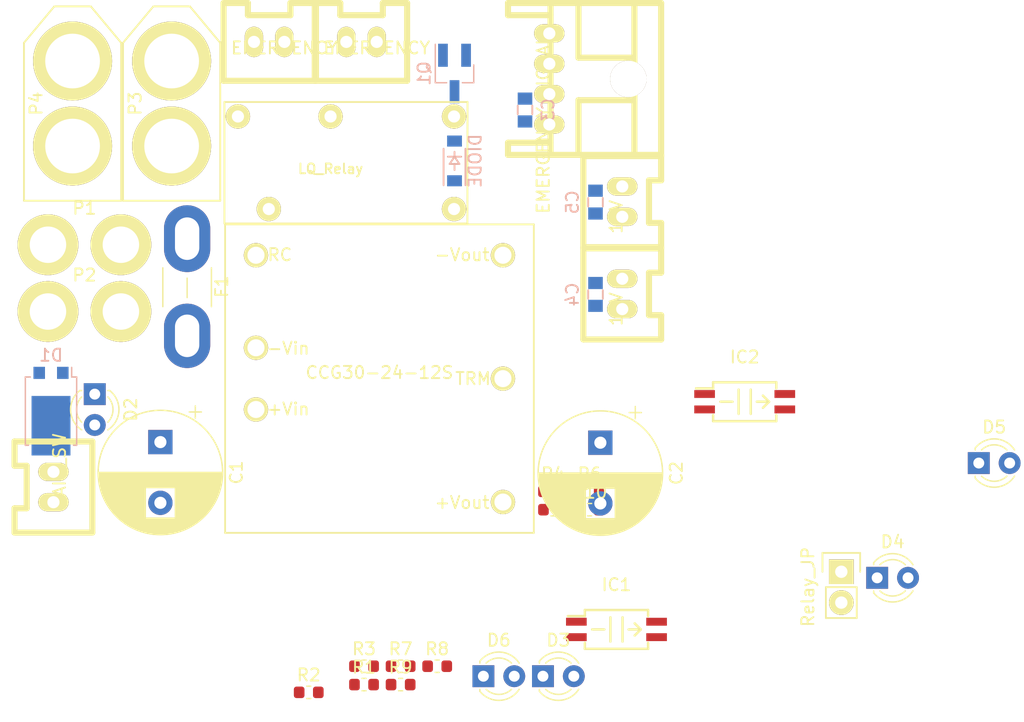
<source format=kicad_pcb>
(kicad_pcb (version 20171130) (host pcbnew "(5.0.2)-1")

  (general
    (thickness 1.6)
    (drawings 0)
    (tracks 0)
    (zones 0)
    (modules 39)
    (nets 25)
  )

  (page A4)
  (layers
    (0 F.Cu signal)
    (31 B.Cu signal)
    (32 B.Adhes user)
    (33 F.Adhes user)
    (34 B.Paste user)
    (35 F.Paste user)
    (36 B.SilkS user)
    (37 F.SilkS user)
    (38 B.Mask user)
    (39 F.Mask user)
    (40 Dwgs.User user)
    (41 Cmts.User user)
    (42 Eco1.User user)
    (43 Eco2.User user)
    (44 Edge.Cuts user)
    (45 Margin user)
    (46 B.CrtYd user)
    (47 F.CrtYd user)
    (48 B.Fab user)
    (49 F.Fab user)
  )

  (setup
    (last_trace_width 0.25)
    (user_trace_width 0.5)
    (user_trace_width 1)
    (user_trace_width 1.5)
    (trace_clearance 0.2)
    (zone_clearance 0.508)
    (zone_45_only no)
    (trace_min 0.2)
    (segment_width 0.2)
    (edge_width 0.15)
    (via_size 0.8)
    (via_drill 0.4)
    (via_min_size 0.4)
    (via_min_drill 0.3)
    (user_via 6 3)
    (uvia_size 0.3)
    (uvia_drill 0.1)
    (uvias_allowed no)
    (uvia_min_size 0.2)
    (uvia_min_drill 0.1)
    (pcb_text_width 0.3)
    (pcb_text_size 1.5 1.5)
    (mod_edge_width 0.15)
    (mod_text_size 1 1)
    (mod_text_width 0.15)
    (pad_size 1.524 1.524)
    (pad_drill 0.762)
    (pad_to_mask_clearance 0.051)
    (solder_mask_min_width 0.25)
    (aux_axis_origin 0 0)
    (visible_elements 7FFFFFFF)
    (pcbplotparams
      (layerselection 0x01000_fffffffe)
      (usegerberextensions false)
      (usegerberattributes false)
      (usegerberadvancedattributes false)
      (creategerberjobfile false)
      (excludeedgelayer true)
      (linewidth 0.100000)
      (plotframeref false)
      (viasonmask false)
      (mode 1)
      (useauxorigin false)
      (hpglpennumber 1)
      (hpglpenspeed 20)
      (hpglpendiameter 15.000000)
      (psnegative false)
      (psa4output false)
      (plotreference true)
      (plotvalue true)
      (plotinvisibletext false)
      (padsonsilk false)
      (subtractmaskfromsilk false)
      (outputformat 1)
      (mirror false)
      (drillshape 0)
      (scaleselection 1)
      (outputdirectory ""))
  )

  (net 0 "")
  (net 1 GNDPWR)
  (net 2 4Cell_BATT)
  (net 3 +12V)
  (net 4 GND)
  (net 5 +BATT)
  (net 6 "Net-(D2-Pad1)")
  (net 7 "Net-(D3-Pad1)")
  (net 8 "Net-(D4-Pad1)")
  (net 9 "Net-(D5-Pad1)")
  (net 10 "Net-(D6-Pad1)")
  (net 11 /Relay_State)
  (net 12 "Net-(IC1-Pad1)")
  (net 13 /Force_Shutdown)
  (net 14 "Net-(IC2-Pad2)")
  (net 15 "Net-(IC2-Pad3)")
  (net 16 Relay_OUT)
  (net 17 "Net-(P8-Pad2)")
  (net 18 Relay_BATT)
  (net 19 "Net-(Q1-Pad1)")
  (net 20 "Net-(U1-Pad5)")
  (net 21 "Net-(D1-Pad3)")
  (net 22 "Net-(F1-Pad1)")
  (net 23 "Net-(U2-Pad5)")
  (net 24 Power_OUT)

  (net_class Default "これはデフォルトのネット クラスです。"
    (clearance 0.2)
    (trace_width 0.25)
    (via_dia 0.8)
    (via_drill 0.4)
    (uvia_dia 0.3)
    (uvia_drill 0.1)
    (add_net +12V)
    (add_net +BATT)
    (add_net /Force_Shutdown)
    (add_net /Relay_State)
    (add_net 4Cell_BATT)
    (add_net GND)
    (add_net GNDPWR)
    (add_net "Net-(D1-Pad3)")
    (add_net "Net-(D2-Pad1)")
    (add_net "Net-(D3-Pad1)")
    (add_net "Net-(D4-Pad1)")
    (add_net "Net-(D5-Pad1)")
    (add_net "Net-(D6-Pad1)")
    (add_net "Net-(F1-Pad1)")
    (add_net "Net-(IC1-Pad1)")
    (add_net "Net-(IC2-Pad2)")
    (add_net "Net-(IC2-Pad3)")
    (add_net "Net-(P8-Pad2)")
    (add_net "Net-(Q1-Pad1)")
    (add_net "Net-(U1-Pad5)")
    (add_net "Net-(U2-Pad5)")
    (add_net Power_OUT)
    (add_net Relay_BATT)
    (add_net Relay_OUT)
  )

  (module Capacitor_THT:CP_Radial_D10.0mm_P5.00mm (layer F.Cu) (tedit 5AE50EF1) (tstamp 5CC6DC59)
    (at 88 98.75 270)
    (descr "CP, Radial series, Radial, pin pitch=5.00mm, , diameter=10mm, Electrolytic Capacitor")
    (tags "CP Radial series Radial pin pitch 5.00mm  diameter 10mm Electrolytic Capacitor")
    (path /5CAF4B3F)
    (fp_text reference C1 (at 2.5 -6.25 270) (layer F.SilkS)
      (effects (font (size 1 1) (thickness 0.15)))
    )
    (fp_text value 470u (at 2.5 6.25 270) (layer F.Fab)
      (effects (font (size 1 1) (thickness 0.15)))
    )
    (fp_text user %R (at 2.5 0 270) (layer F.Fab)
      (effects (font (size 1 1) (thickness 0.15)))
    )
    (fp_line (start -2.479646 -3.375) (end -2.479646 -2.375) (layer F.SilkS) (width 0.12))
    (fp_line (start -2.979646 -2.875) (end -1.979646 -2.875) (layer F.SilkS) (width 0.12))
    (fp_line (start 7.581 -0.599) (end 7.581 0.599) (layer F.SilkS) (width 0.12))
    (fp_line (start 7.541 -0.862) (end 7.541 0.862) (layer F.SilkS) (width 0.12))
    (fp_line (start 7.501 -1.062) (end 7.501 1.062) (layer F.SilkS) (width 0.12))
    (fp_line (start 7.461 -1.23) (end 7.461 1.23) (layer F.SilkS) (width 0.12))
    (fp_line (start 7.421 -1.378) (end 7.421 1.378) (layer F.SilkS) (width 0.12))
    (fp_line (start 7.381 -1.51) (end 7.381 1.51) (layer F.SilkS) (width 0.12))
    (fp_line (start 7.341 -1.63) (end 7.341 1.63) (layer F.SilkS) (width 0.12))
    (fp_line (start 7.301 -1.742) (end 7.301 1.742) (layer F.SilkS) (width 0.12))
    (fp_line (start 7.261 -1.846) (end 7.261 1.846) (layer F.SilkS) (width 0.12))
    (fp_line (start 7.221 -1.944) (end 7.221 1.944) (layer F.SilkS) (width 0.12))
    (fp_line (start 7.181 -2.037) (end 7.181 2.037) (layer F.SilkS) (width 0.12))
    (fp_line (start 7.141 -2.125) (end 7.141 2.125) (layer F.SilkS) (width 0.12))
    (fp_line (start 7.101 -2.209) (end 7.101 2.209) (layer F.SilkS) (width 0.12))
    (fp_line (start 7.061 -2.289) (end 7.061 2.289) (layer F.SilkS) (width 0.12))
    (fp_line (start 7.021 -2.365) (end 7.021 2.365) (layer F.SilkS) (width 0.12))
    (fp_line (start 6.981 -2.439) (end 6.981 2.439) (layer F.SilkS) (width 0.12))
    (fp_line (start 6.941 -2.51) (end 6.941 2.51) (layer F.SilkS) (width 0.12))
    (fp_line (start 6.901 -2.579) (end 6.901 2.579) (layer F.SilkS) (width 0.12))
    (fp_line (start 6.861 -2.645) (end 6.861 2.645) (layer F.SilkS) (width 0.12))
    (fp_line (start 6.821 -2.709) (end 6.821 2.709) (layer F.SilkS) (width 0.12))
    (fp_line (start 6.781 -2.77) (end 6.781 2.77) (layer F.SilkS) (width 0.12))
    (fp_line (start 6.741 -2.83) (end 6.741 2.83) (layer F.SilkS) (width 0.12))
    (fp_line (start 6.701 -2.889) (end 6.701 2.889) (layer F.SilkS) (width 0.12))
    (fp_line (start 6.661 -2.945) (end 6.661 2.945) (layer F.SilkS) (width 0.12))
    (fp_line (start 6.621 -3) (end 6.621 3) (layer F.SilkS) (width 0.12))
    (fp_line (start 6.581 -3.054) (end 6.581 3.054) (layer F.SilkS) (width 0.12))
    (fp_line (start 6.541 -3.106) (end 6.541 3.106) (layer F.SilkS) (width 0.12))
    (fp_line (start 6.501 -3.156) (end 6.501 3.156) (layer F.SilkS) (width 0.12))
    (fp_line (start 6.461 -3.206) (end 6.461 3.206) (layer F.SilkS) (width 0.12))
    (fp_line (start 6.421 -3.254) (end 6.421 3.254) (layer F.SilkS) (width 0.12))
    (fp_line (start 6.381 -3.301) (end 6.381 3.301) (layer F.SilkS) (width 0.12))
    (fp_line (start 6.341 -3.347) (end 6.341 3.347) (layer F.SilkS) (width 0.12))
    (fp_line (start 6.301 -3.392) (end 6.301 3.392) (layer F.SilkS) (width 0.12))
    (fp_line (start 6.261 -3.436) (end 6.261 3.436) (layer F.SilkS) (width 0.12))
    (fp_line (start 6.221 1.241) (end 6.221 3.478) (layer F.SilkS) (width 0.12))
    (fp_line (start 6.221 -3.478) (end 6.221 -1.241) (layer F.SilkS) (width 0.12))
    (fp_line (start 6.181 1.241) (end 6.181 3.52) (layer F.SilkS) (width 0.12))
    (fp_line (start 6.181 -3.52) (end 6.181 -1.241) (layer F.SilkS) (width 0.12))
    (fp_line (start 6.141 1.241) (end 6.141 3.561) (layer F.SilkS) (width 0.12))
    (fp_line (start 6.141 -3.561) (end 6.141 -1.241) (layer F.SilkS) (width 0.12))
    (fp_line (start 6.101 1.241) (end 6.101 3.601) (layer F.SilkS) (width 0.12))
    (fp_line (start 6.101 -3.601) (end 6.101 -1.241) (layer F.SilkS) (width 0.12))
    (fp_line (start 6.061 1.241) (end 6.061 3.64) (layer F.SilkS) (width 0.12))
    (fp_line (start 6.061 -3.64) (end 6.061 -1.241) (layer F.SilkS) (width 0.12))
    (fp_line (start 6.021 1.241) (end 6.021 3.679) (layer F.SilkS) (width 0.12))
    (fp_line (start 6.021 -3.679) (end 6.021 -1.241) (layer F.SilkS) (width 0.12))
    (fp_line (start 5.981 1.241) (end 5.981 3.716) (layer F.SilkS) (width 0.12))
    (fp_line (start 5.981 -3.716) (end 5.981 -1.241) (layer F.SilkS) (width 0.12))
    (fp_line (start 5.941 1.241) (end 5.941 3.753) (layer F.SilkS) (width 0.12))
    (fp_line (start 5.941 -3.753) (end 5.941 -1.241) (layer F.SilkS) (width 0.12))
    (fp_line (start 5.901 1.241) (end 5.901 3.789) (layer F.SilkS) (width 0.12))
    (fp_line (start 5.901 -3.789) (end 5.901 -1.241) (layer F.SilkS) (width 0.12))
    (fp_line (start 5.861 1.241) (end 5.861 3.824) (layer F.SilkS) (width 0.12))
    (fp_line (start 5.861 -3.824) (end 5.861 -1.241) (layer F.SilkS) (width 0.12))
    (fp_line (start 5.821 1.241) (end 5.821 3.858) (layer F.SilkS) (width 0.12))
    (fp_line (start 5.821 -3.858) (end 5.821 -1.241) (layer F.SilkS) (width 0.12))
    (fp_line (start 5.781 1.241) (end 5.781 3.892) (layer F.SilkS) (width 0.12))
    (fp_line (start 5.781 -3.892) (end 5.781 -1.241) (layer F.SilkS) (width 0.12))
    (fp_line (start 5.741 1.241) (end 5.741 3.925) (layer F.SilkS) (width 0.12))
    (fp_line (start 5.741 -3.925) (end 5.741 -1.241) (layer F.SilkS) (width 0.12))
    (fp_line (start 5.701 1.241) (end 5.701 3.957) (layer F.SilkS) (width 0.12))
    (fp_line (start 5.701 -3.957) (end 5.701 -1.241) (layer F.SilkS) (width 0.12))
    (fp_line (start 5.661 1.241) (end 5.661 3.989) (layer F.SilkS) (width 0.12))
    (fp_line (start 5.661 -3.989) (end 5.661 -1.241) (layer F.SilkS) (width 0.12))
    (fp_line (start 5.621 1.241) (end 5.621 4.02) (layer F.SilkS) (width 0.12))
    (fp_line (start 5.621 -4.02) (end 5.621 -1.241) (layer F.SilkS) (width 0.12))
    (fp_line (start 5.581 1.241) (end 5.581 4.05) (layer F.SilkS) (width 0.12))
    (fp_line (start 5.581 -4.05) (end 5.581 -1.241) (layer F.SilkS) (width 0.12))
    (fp_line (start 5.541 1.241) (end 5.541 4.08) (layer F.SilkS) (width 0.12))
    (fp_line (start 5.541 -4.08) (end 5.541 -1.241) (layer F.SilkS) (width 0.12))
    (fp_line (start 5.501 1.241) (end 5.501 4.11) (layer F.SilkS) (width 0.12))
    (fp_line (start 5.501 -4.11) (end 5.501 -1.241) (layer F.SilkS) (width 0.12))
    (fp_line (start 5.461 1.241) (end 5.461 4.138) (layer F.SilkS) (width 0.12))
    (fp_line (start 5.461 -4.138) (end 5.461 -1.241) (layer F.SilkS) (width 0.12))
    (fp_line (start 5.421 1.241) (end 5.421 4.166) (layer F.SilkS) (width 0.12))
    (fp_line (start 5.421 -4.166) (end 5.421 -1.241) (layer F.SilkS) (width 0.12))
    (fp_line (start 5.381 1.241) (end 5.381 4.194) (layer F.SilkS) (width 0.12))
    (fp_line (start 5.381 -4.194) (end 5.381 -1.241) (layer F.SilkS) (width 0.12))
    (fp_line (start 5.341 1.241) (end 5.341 4.221) (layer F.SilkS) (width 0.12))
    (fp_line (start 5.341 -4.221) (end 5.341 -1.241) (layer F.SilkS) (width 0.12))
    (fp_line (start 5.301 1.241) (end 5.301 4.247) (layer F.SilkS) (width 0.12))
    (fp_line (start 5.301 -4.247) (end 5.301 -1.241) (layer F.SilkS) (width 0.12))
    (fp_line (start 5.261 1.241) (end 5.261 4.273) (layer F.SilkS) (width 0.12))
    (fp_line (start 5.261 -4.273) (end 5.261 -1.241) (layer F.SilkS) (width 0.12))
    (fp_line (start 5.221 1.241) (end 5.221 4.298) (layer F.SilkS) (width 0.12))
    (fp_line (start 5.221 -4.298) (end 5.221 -1.241) (layer F.SilkS) (width 0.12))
    (fp_line (start 5.181 1.241) (end 5.181 4.323) (layer F.SilkS) (width 0.12))
    (fp_line (start 5.181 -4.323) (end 5.181 -1.241) (layer F.SilkS) (width 0.12))
    (fp_line (start 5.141 1.241) (end 5.141 4.347) (layer F.SilkS) (width 0.12))
    (fp_line (start 5.141 -4.347) (end 5.141 -1.241) (layer F.SilkS) (width 0.12))
    (fp_line (start 5.101 1.241) (end 5.101 4.371) (layer F.SilkS) (width 0.12))
    (fp_line (start 5.101 -4.371) (end 5.101 -1.241) (layer F.SilkS) (width 0.12))
    (fp_line (start 5.061 1.241) (end 5.061 4.395) (layer F.SilkS) (width 0.12))
    (fp_line (start 5.061 -4.395) (end 5.061 -1.241) (layer F.SilkS) (width 0.12))
    (fp_line (start 5.021 1.241) (end 5.021 4.417) (layer F.SilkS) (width 0.12))
    (fp_line (start 5.021 -4.417) (end 5.021 -1.241) (layer F.SilkS) (width 0.12))
    (fp_line (start 4.981 1.241) (end 4.981 4.44) (layer F.SilkS) (width 0.12))
    (fp_line (start 4.981 -4.44) (end 4.981 -1.241) (layer F.SilkS) (width 0.12))
    (fp_line (start 4.941 1.241) (end 4.941 4.462) (layer F.SilkS) (width 0.12))
    (fp_line (start 4.941 -4.462) (end 4.941 -1.241) (layer F.SilkS) (width 0.12))
    (fp_line (start 4.901 1.241) (end 4.901 4.483) (layer F.SilkS) (width 0.12))
    (fp_line (start 4.901 -4.483) (end 4.901 -1.241) (layer F.SilkS) (width 0.12))
    (fp_line (start 4.861 1.241) (end 4.861 4.504) (layer F.SilkS) (width 0.12))
    (fp_line (start 4.861 -4.504) (end 4.861 -1.241) (layer F.SilkS) (width 0.12))
    (fp_line (start 4.821 1.241) (end 4.821 4.525) (layer F.SilkS) (width 0.12))
    (fp_line (start 4.821 -4.525) (end 4.821 -1.241) (layer F.SilkS) (width 0.12))
    (fp_line (start 4.781 1.241) (end 4.781 4.545) (layer F.SilkS) (width 0.12))
    (fp_line (start 4.781 -4.545) (end 4.781 -1.241) (layer F.SilkS) (width 0.12))
    (fp_line (start 4.741 1.241) (end 4.741 4.564) (layer F.SilkS) (width 0.12))
    (fp_line (start 4.741 -4.564) (end 4.741 -1.241) (layer F.SilkS) (width 0.12))
    (fp_line (start 4.701 1.241) (end 4.701 4.584) (layer F.SilkS) (width 0.12))
    (fp_line (start 4.701 -4.584) (end 4.701 -1.241) (layer F.SilkS) (width 0.12))
    (fp_line (start 4.661 1.241) (end 4.661 4.603) (layer F.SilkS) (width 0.12))
    (fp_line (start 4.661 -4.603) (end 4.661 -1.241) (layer F.SilkS) (width 0.12))
    (fp_line (start 4.621 1.241) (end 4.621 4.621) (layer F.SilkS) (width 0.12))
    (fp_line (start 4.621 -4.621) (end 4.621 -1.241) (layer F.SilkS) (width 0.12))
    (fp_line (start 4.581 1.241) (end 4.581 4.639) (layer F.SilkS) (width 0.12))
    (fp_line (start 4.581 -4.639) (end 4.581 -1.241) (layer F.SilkS) (width 0.12))
    (fp_line (start 4.541 1.241) (end 4.541 4.657) (layer F.SilkS) (width 0.12))
    (fp_line (start 4.541 -4.657) (end 4.541 -1.241) (layer F.SilkS) (width 0.12))
    (fp_line (start 4.501 1.241) (end 4.501 4.674) (layer F.SilkS) (width 0.12))
    (fp_line (start 4.501 -4.674) (end 4.501 -1.241) (layer F.SilkS) (width 0.12))
    (fp_line (start 4.461 1.241) (end 4.461 4.69) (layer F.SilkS) (width 0.12))
    (fp_line (start 4.461 -4.69) (end 4.461 -1.241) (layer F.SilkS) (width 0.12))
    (fp_line (start 4.421 1.241) (end 4.421 4.707) (layer F.SilkS) (width 0.12))
    (fp_line (start 4.421 -4.707) (end 4.421 -1.241) (layer F.SilkS) (width 0.12))
    (fp_line (start 4.381 1.241) (end 4.381 4.723) (layer F.SilkS) (width 0.12))
    (fp_line (start 4.381 -4.723) (end 4.381 -1.241) (layer F.SilkS) (width 0.12))
    (fp_line (start 4.341 1.241) (end 4.341 4.738) (layer F.SilkS) (width 0.12))
    (fp_line (start 4.341 -4.738) (end 4.341 -1.241) (layer F.SilkS) (width 0.12))
    (fp_line (start 4.301 1.241) (end 4.301 4.754) (layer F.SilkS) (width 0.12))
    (fp_line (start 4.301 -4.754) (end 4.301 -1.241) (layer F.SilkS) (width 0.12))
    (fp_line (start 4.261 1.241) (end 4.261 4.768) (layer F.SilkS) (width 0.12))
    (fp_line (start 4.261 -4.768) (end 4.261 -1.241) (layer F.SilkS) (width 0.12))
    (fp_line (start 4.221 1.241) (end 4.221 4.783) (layer F.SilkS) (width 0.12))
    (fp_line (start 4.221 -4.783) (end 4.221 -1.241) (layer F.SilkS) (width 0.12))
    (fp_line (start 4.181 1.241) (end 4.181 4.797) (layer F.SilkS) (width 0.12))
    (fp_line (start 4.181 -4.797) (end 4.181 -1.241) (layer F.SilkS) (width 0.12))
    (fp_line (start 4.141 1.241) (end 4.141 4.811) (layer F.SilkS) (width 0.12))
    (fp_line (start 4.141 -4.811) (end 4.141 -1.241) (layer F.SilkS) (width 0.12))
    (fp_line (start 4.101 1.241) (end 4.101 4.824) (layer F.SilkS) (width 0.12))
    (fp_line (start 4.101 -4.824) (end 4.101 -1.241) (layer F.SilkS) (width 0.12))
    (fp_line (start 4.061 1.241) (end 4.061 4.837) (layer F.SilkS) (width 0.12))
    (fp_line (start 4.061 -4.837) (end 4.061 -1.241) (layer F.SilkS) (width 0.12))
    (fp_line (start 4.021 1.241) (end 4.021 4.85) (layer F.SilkS) (width 0.12))
    (fp_line (start 4.021 -4.85) (end 4.021 -1.241) (layer F.SilkS) (width 0.12))
    (fp_line (start 3.981 1.241) (end 3.981 4.862) (layer F.SilkS) (width 0.12))
    (fp_line (start 3.981 -4.862) (end 3.981 -1.241) (layer F.SilkS) (width 0.12))
    (fp_line (start 3.941 1.241) (end 3.941 4.874) (layer F.SilkS) (width 0.12))
    (fp_line (start 3.941 -4.874) (end 3.941 -1.241) (layer F.SilkS) (width 0.12))
    (fp_line (start 3.901 1.241) (end 3.901 4.885) (layer F.SilkS) (width 0.12))
    (fp_line (start 3.901 -4.885) (end 3.901 -1.241) (layer F.SilkS) (width 0.12))
    (fp_line (start 3.861 1.241) (end 3.861 4.897) (layer F.SilkS) (width 0.12))
    (fp_line (start 3.861 -4.897) (end 3.861 -1.241) (layer F.SilkS) (width 0.12))
    (fp_line (start 3.821 1.241) (end 3.821 4.907) (layer F.SilkS) (width 0.12))
    (fp_line (start 3.821 -4.907) (end 3.821 -1.241) (layer F.SilkS) (width 0.12))
    (fp_line (start 3.781 1.241) (end 3.781 4.918) (layer F.SilkS) (width 0.12))
    (fp_line (start 3.781 -4.918) (end 3.781 -1.241) (layer F.SilkS) (width 0.12))
    (fp_line (start 3.741 -4.928) (end 3.741 4.928) (layer F.SilkS) (width 0.12))
    (fp_line (start 3.701 -4.938) (end 3.701 4.938) (layer F.SilkS) (width 0.12))
    (fp_line (start 3.661 -4.947) (end 3.661 4.947) (layer F.SilkS) (width 0.12))
    (fp_line (start 3.621 -4.956) (end 3.621 4.956) (layer F.SilkS) (width 0.12))
    (fp_line (start 3.581 -4.965) (end 3.581 4.965) (layer F.SilkS) (width 0.12))
    (fp_line (start 3.541 -4.974) (end 3.541 4.974) (layer F.SilkS) (width 0.12))
    (fp_line (start 3.501 -4.982) (end 3.501 4.982) (layer F.SilkS) (width 0.12))
    (fp_line (start 3.461 -4.99) (end 3.461 4.99) (layer F.SilkS) (width 0.12))
    (fp_line (start 3.421 -4.997) (end 3.421 4.997) (layer F.SilkS) (width 0.12))
    (fp_line (start 3.381 -5.004) (end 3.381 5.004) (layer F.SilkS) (width 0.12))
    (fp_line (start 3.341 -5.011) (end 3.341 5.011) (layer F.SilkS) (width 0.12))
    (fp_line (start 3.301 -5.018) (end 3.301 5.018) (layer F.SilkS) (width 0.12))
    (fp_line (start 3.261 -5.024) (end 3.261 5.024) (layer F.SilkS) (width 0.12))
    (fp_line (start 3.221 -5.03) (end 3.221 5.03) (layer F.SilkS) (width 0.12))
    (fp_line (start 3.18 -5.035) (end 3.18 5.035) (layer F.SilkS) (width 0.12))
    (fp_line (start 3.14 -5.04) (end 3.14 5.04) (layer F.SilkS) (width 0.12))
    (fp_line (start 3.1 -5.045) (end 3.1 5.045) (layer F.SilkS) (width 0.12))
    (fp_line (start 3.06 -5.05) (end 3.06 5.05) (layer F.SilkS) (width 0.12))
    (fp_line (start 3.02 -5.054) (end 3.02 5.054) (layer F.SilkS) (width 0.12))
    (fp_line (start 2.98 -5.058) (end 2.98 5.058) (layer F.SilkS) (width 0.12))
    (fp_line (start 2.94 -5.062) (end 2.94 5.062) (layer F.SilkS) (width 0.12))
    (fp_line (start 2.9 -5.065) (end 2.9 5.065) (layer F.SilkS) (width 0.12))
    (fp_line (start 2.86 -5.068) (end 2.86 5.068) (layer F.SilkS) (width 0.12))
    (fp_line (start 2.82 -5.07) (end 2.82 5.07) (layer F.SilkS) (width 0.12))
    (fp_line (start 2.78 -5.073) (end 2.78 5.073) (layer F.SilkS) (width 0.12))
    (fp_line (start 2.74 -5.075) (end 2.74 5.075) (layer F.SilkS) (width 0.12))
    (fp_line (start 2.7 -5.077) (end 2.7 5.077) (layer F.SilkS) (width 0.12))
    (fp_line (start 2.66 -5.078) (end 2.66 5.078) (layer F.SilkS) (width 0.12))
    (fp_line (start 2.62 -5.079) (end 2.62 5.079) (layer F.SilkS) (width 0.12))
    (fp_line (start 2.58 -5.08) (end 2.58 5.08) (layer F.SilkS) (width 0.12))
    (fp_line (start 2.54 -5.08) (end 2.54 5.08) (layer F.SilkS) (width 0.12))
    (fp_line (start 2.5 -5.08) (end 2.5 5.08) (layer F.SilkS) (width 0.12))
    (fp_line (start -1.288861 -2.6875) (end -1.288861 -1.6875) (layer F.Fab) (width 0.1))
    (fp_line (start -1.788861 -2.1875) (end -0.788861 -2.1875) (layer F.Fab) (width 0.1))
    (fp_circle (center 2.5 0) (end 7.75 0) (layer F.CrtYd) (width 0.05))
    (fp_circle (center 2.5 0) (end 7.62 0) (layer F.SilkS) (width 0.12))
    (fp_circle (center 2.5 0) (end 7.5 0) (layer F.Fab) (width 0.1))
    (pad 2 thru_hole circle (at 5 0 270) (size 2 2) (drill 1) (layers *.Cu *.Mask)
      (net 1 GNDPWR))
    (pad 1 thru_hole rect (at 0 0 270) (size 2 2) (drill 1) (layers *.Cu *.Mask)
      (net 2 4Cell_BATT))
    (model ${KISYS3DMOD}/Capacitor_THT.3dshapes/CP_Radial_D10.0mm_P5.00mm.wrl
      (at (xyz 0 0 0))
      (scale (xyz 1 1 1))
      (rotate (xyz 0 0 0))
    )
  )

  (module Capacitor_THT:CP_Radial_D10.0mm_P5.00mm (layer F.Cu) (tedit 5AE50EF1) (tstamp 5CC6DD25)
    (at 124.2 98.8 270)
    (descr "CP, Radial series, Radial, pin pitch=5.00mm, , diameter=10mm, Electrolytic Capacitor")
    (tags "CP Radial series Radial pin pitch 5.00mm  diameter 10mm Electrolytic Capacitor")
    (path /5CAF5660)
    (fp_text reference C2 (at 2.5 -6.25 270) (layer F.SilkS)
      (effects (font (size 1 1) (thickness 0.15)))
    )
    (fp_text value 470u (at 2.5 6.25 270) (layer F.Fab)
      (effects (font (size 1 1) (thickness 0.15)))
    )
    (fp_circle (center 2.5 0) (end 7.5 0) (layer F.Fab) (width 0.1))
    (fp_circle (center 2.5 0) (end 7.62 0) (layer F.SilkS) (width 0.12))
    (fp_circle (center 2.5 0) (end 7.75 0) (layer F.CrtYd) (width 0.05))
    (fp_line (start -1.788861 -2.1875) (end -0.788861 -2.1875) (layer F.Fab) (width 0.1))
    (fp_line (start -1.288861 -2.6875) (end -1.288861 -1.6875) (layer F.Fab) (width 0.1))
    (fp_line (start 2.5 -5.08) (end 2.5 5.08) (layer F.SilkS) (width 0.12))
    (fp_line (start 2.54 -5.08) (end 2.54 5.08) (layer F.SilkS) (width 0.12))
    (fp_line (start 2.58 -5.08) (end 2.58 5.08) (layer F.SilkS) (width 0.12))
    (fp_line (start 2.62 -5.079) (end 2.62 5.079) (layer F.SilkS) (width 0.12))
    (fp_line (start 2.66 -5.078) (end 2.66 5.078) (layer F.SilkS) (width 0.12))
    (fp_line (start 2.7 -5.077) (end 2.7 5.077) (layer F.SilkS) (width 0.12))
    (fp_line (start 2.74 -5.075) (end 2.74 5.075) (layer F.SilkS) (width 0.12))
    (fp_line (start 2.78 -5.073) (end 2.78 5.073) (layer F.SilkS) (width 0.12))
    (fp_line (start 2.82 -5.07) (end 2.82 5.07) (layer F.SilkS) (width 0.12))
    (fp_line (start 2.86 -5.068) (end 2.86 5.068) (layer F.SilkS) (width 0.12))
    (fp_line (start 2.9 -5.065) (end 2.9 5.065) (layer F.SilkS) (width 0.12))
    (fp_line (start 2.94 -5.062) (end 2.94 5.062) (layer F.SilkS) (width 0.12))
    (fp_line (start 2.98 -5.058) (end 2.98 5.058) (layer F.SilkS) (width 0.12))
    (fp_line (start 3.02 -5.054) (end 3.02 5.054) (layer F.SilkS) (width 0.12))
    (fp_line (start 3.06 -5.05) (end 3.06 5.05) (layer F.SilkS) (width 0.12))
    (fp_line (start 3.1 -5.045) (end 3.1 5.045) (layer F.SilkS) (width 0.12))
    (fp_line (start 3.14 -5.04) (end 3.14 5.04) (layer F.SilkS) (width 0.12))
    (fp_line (start 3.18 -5.035) (end 3.18 5.035) (layer F.SilkS) (width 0.12))
    (fp_line (start 3.221 -5.03) (end 3.221 5.03) (layer F.SilkS) (width 0.12))
    (fp_line (start 3.261 -5.024) (end 3.261 5.024) (layer F.SilkS) (width 0.12))
    (fp_line (start 3.301 -5.018) (end 3.301 5.018) (layer F.SilkS) (width 0.12))
    (fp_line (start 3.341 -5.011) (end 3.341 5.011) (layer F.SilkS) (width 0.12))
    (fp_line (start 3.381 -5.004) (end 3.381 5.004) (layer F.SilkS) (width 0.12))
    (fp_line (start 3.421 -4.997) (end 3.421 4.997) (layer F.SilkS) (width 0.12))
    (fp_line (start 3.461 -4.99) (end 3.461 4.99) (layer F.SilkS) (width 0.12))
    (fp_line (start 3.501 -4.982) (end 3.501 4.982) (layer F.SilkS) (width 0.12))
    (fp_line (start 3.541 -4.974) (end 3.541 4.974) (layer F.SilkS) (width 0.12))
    (fp_line (start 3.581 -4.965) (end 3.581 4.965) (layer F.SilkS) (width 0.12))
    (fp_line (start 3.621 -4.956) (end 3.621 4.956) (layer F.SilkS) (width 0.12))
    (fp_line (start 3.661 -4.947) (end 3.661 4.947) (layer F.SilkS) (width 0.12))
    (fp_line (start 3.701 -4.938) (end 3.701 4.938) (layer F.SilkS) (width 0.12))
    (fp_line (start 3.741 -4.928) (end 3.741 4.928) (layer F.SilkS) (width 0.12))
    (fp_line (start 3.781 -4.918) (end 3.781 -1.241) (layer F.SilkS) (width 0.12))
    (fp_line (start 3.781 1.241) (end 3.781 4.918) (layer F.SilkS) (width 0.12))
    (fp_line (start 3.821 -4.907) (end 3.821 -1.241) (layer F.SilkS) (width 0.12))
    (fp_line (start 3.821 1.241) (end 3.821 4.907) (layer F.SilkS) (width 0.12))
    (fp_line (start 3.861 -4.897) (end 3.861 -1.241) (layer F.SilkS) (width 0.12))
    (fp_line (start 3.861 1.241) (end 3.861 4.897) (layer F.SilkS) (width 0.12))
    (fp_line (start 3.901 -4.885) (end 3.901 -1.241) (layer F.SilkS) (width 0.12))
    (fp_line (start 3.901 1.241) (end 3.901 4.885) (layer F.SilkS) (width 0.12))
    (fp_line (start 3.941 -4.874) (end 3.941 -1.241) (layer F.SilkS) (width 0.12))
    (fp_line (start 3.941 1.241) (end 3.941 4.874) (layer F.SilkS) (width 0.12))
    (fp_line (start 3.981 -4.862) (end 3.981 -1.241) (layer F.SilkS) (width 0.12))
    (fp_line (start 3.981 1.241) (end 3.981 4.862) (layer F.SilkS) (width 0.12))
    (fp_line (start 4.021 -4.85) (end 4.021 -1.241) (layer F.SilkS) (width 0.12))
    (fp_line (start 4.021 1.241) (end 4.021 4.85) (layer F.SilkS) (width 0.12))
    (fp_line (start 4.061 -4.837) (end 4.061 -1.241) (layer F.SilkS) (width 0.12))
    (fp_line (start 4.061 1.241) (end 4.061 4.837) (layer F.SilkS) (width 0.12))
    (fp_line (start 4.101 -4.824) (end 4.101 -1.241) (layer F.SilkS) (width 0.12))
    (fp_line (start 4.101 1.241) (end 4.101 4.824) (layer F.SilkS) (width 0.12))
    (fp_line (start 4.141 -4.811) (end 4.141 -1.241) (layer F.SilkS) (width 0.12))
    (fp_line (start 4.141 1.241) (end 4.141 4.811) (layer F.SilkS) (width 0.12))
    (fp_line (start 4.181 -4.797) (end 4.181 -1.241) (layer F.SilkS) (width 0.12))
    (fp_line (start 4.181 1.241) (end 4.181 4.797) (layer F.SilkS) (width 0.12))
    (fp_line (start 4.221 -4.783) (end 4.221 -1.241) (layer F.SilkS) (width 0.12))
    (fp_line (start 4.221 1.241) (end 4.221 4.783) (layer F.SilkS) (width 0.12))
    (fp_line (start 4.261 -4.768) (end 4.261 -1.241) (layer F.SilkS) (width 0.12))
    (fp_line (start 4.261 1.241) (end 4.261 4.768) (layer F.SilkS) (width 0.12))
    (fp_line (start 4.301 -4.754) (end 4.301 -1.241) (layer F.SilkS) (width 0.12))
    (fp_line (start 4.301 1.241) (end 4.301 4.754) (layer F.SilkS) (width 0.12))
    (fp_line (start 4.341 -4.738) (end 4.341 -1.241) (layer F.SilkS) (width 0.12))
    (fp_line (start 4.341 1.241) (end 4.341 4.738) (layer F.SilkS) (width 0.12))
    (fp_line (start 4.381 -4.723) (end 4.381 -1.241) (layer F.SilkS) (width 0.12))
    (fp_line (start 4.381 1.241) (end 4.381 4.723) (layer F.SilkS) (width 0.12))
    (fp_line (start 4.421 -4.707) (end 4.421 -1.241) (layer F.SilkS) (width 0.12))
    (fp_line (start 4.421 1.241) (end 4.421 4.707) (layer F.SilkS) (width 0.12))
    (fp_line (start 4.461 -4.69) (end 4.461 -1.241) (layer F.SilkS) (width 0.12))
    (fp_line (start 4.461 1.241) (end 4.461 4.69) (layer F.SilkS) (width 0.12))
    (fp_line (start 4.501 -4.674) (end 4.501 -1.241) (layer F.SilkS) (width 0.12))
    (fp_line (start 4.501 1.241) (end 4.501 4.674) (layer F.SilkS) (width 0.12))
    (fp_line (start 4.541 -4.657) (end 4.541 -1.241) (layer F.SilkS) (width 0.12))
    (fp_line (start 4.541 1.241) (end 4.541 4.657) (layer F.SilkS) (width 0.12))
    (fp_line (start 4.581 -4.639) (end 4.581 -1.241) (layer F.SilkS) (width 0.12))
    (fp_line (start 4.581 1.241) (end 4.581 4.639) (layer F.SilkS) (width 0.12))
    (fp_line (start 4.621 -4.621) (end 4.621 -1.241) (layer F.SilkS) (width 0.12))
    (fp_line (start 4.621 1.241) (end 4.621 4.621) (layer F.SilkS) (width 0.12))
    (fp_line (start 4.661 -4.603) (end 4.661 -1.241) (layer F.SilkS) (width 0.12))
    (fp_line (start 4.661 1.241) (end 4.661 4.603) (layer F.SilkS) (width 0.12))
    (fp_line (start 4.701 -4.584) (end 4.701 -1.241) (layer F.SilkS) (width 0.12))
    (fp_line (start 4.701 1.241) (end 4.701 4.584) (layer F.SilkS) (width 0.12))
    (fp_line (start 4.741 -4.564) (end 4.741 -1.241) (layer F.SilkS) (width 0.12))
    (fp_line (start 4.741 1.241) (end 4.741 4.564) (layer F.SilkS) (width 0.12))
    (fp_line (start 4.781 -4.545) (end 4.781 -1.241) (layer F.SilkS) (width 0.12))
    (fp_line (start 4.781 1.241) (end 4.781 4.545) (layer F.SilkS) (width 0.12))
    (fp_line (start 4.821 -4.525) (end 4.821 -1.241) (layer F.SilkS) (width 0.12))
    (fp_line (start 4.821 1.241) (end 4.821 4.525) (layer F.SilkS) (width 0.12))
    (fp_line (start 4.861 -4.504) (end 4.861 -1.241) (layer F.SilkS) (width 0.12))
    (fp_line (start 4.861 1.241) (end 4.861 4.504) (layer F.SilkS) (width 0.12))
    (fp_line (start 4.901 -4.483) (end 4.901 -1.241) (layer F.SilkS) (width 0.12))
    (fp_line (start 4.901 1.241) (end 4.901 4.483) (layer F.SilkS) (width 0.12))
    (fp_line (start 4.941 -4.462) (end 4.941 -1.241) (layer F.SilkS) (width 0.12))
    (fp_line (start 4.941 1.241) (end 4.941 4.462) (layer F.SilkS) (width 0.12))
    (fp_line (start 4.981 -4.44) (end 4.981 -1.241) (layer F.SilkS) (width 0.12))
    (fp_line (start 4.981 1.241) (end 4.981 4.44) (layer F.SilkS) (width 0.12))
    (fp_line (start 5.021 -4.417) (end 5.021 -1.241) (layer F.SilkS) (width 0.12))
    (fp_line (start 5.021 1.241) (end 5.021 4.417) (layer F.SilkS) (width 0.12))
    (fp_line (start 5.061 -4.395) (end 5.061 -1.241) (layer F.SilkS) (width 0.12))
    (fp_line (start 5.061 1.241) (end 5.061 4.395) (layer F.SilkS) (width 0.12))
    (fp_line (start 5.101 -4.371) (end 5.101 -1.241) (layer F.SilkS) (width 0.12))
    (fp_line (start 5.101 1.241) (end 5.101 4.371) (layer F.SilkS) (width 0.12))
    (fp_line (start 5.141 -4.347) (end 5.141 -1.241) (layer F.SilkS) (width 0.12))
    (fp_line (start 5.141 1.241) (end 5.141 4.347) (layer F.SilkS) (width 0.12))
    (fp_line (start 5.181 -4.323) (end 5.181 -1.241) (layer F.SilkS) (width 0.12))
    (fp_line (start 5.181 1.241) (end 5.181 4.323) (layer F.SilkS) (width 0.12))
    (fp_line (start 5.221 -4.298) (end 5.221 -1.241) (layer F.SilkS) (width 0.12))
    (fp_line (start 5.221 1.241) (end 5.221 4.298) (layer F.SilkS) (width 0.12))
    (fp_line (start 5.261 -4.273) (end 5.261 -1.241) (layer F.SilkS) (width 0.12))
    (fp_line (start 5.261 1.241) (end 5.261 4.273) (layer F.SilkS) (width 0.12))
    (fp_line (start 5.301 -4.247) (end 5.301 -1.241) (layer F.SilkS) (width 0.12))
    (fp_line (start 5.301 1.241) (end 5.301 4.247) (layer F.SilkS) (width 0.12))
    (fp_line (start 5.341 -4.221) (end 5.341 -1.241) (layer F.SilkS) (width 0.12))
    (fp_line (start 5.341 1.241) (end 5.341 4.221) (layer F.SilkS) (width 0.12))
    (fp_line (start 5.381 -4.194) (end 5.381 -1.241) (layer F.SilkS) (width 0.12))
    (fp_line (start 5.381 1.241) (end 5.381 4.194) (layer F.SilkS) (width 0.12))
    (fp_line (start 5.421 -4.166) (end 5.421 -1.241) (layer F.SilkS) (width 0.12))
    (fp_line (start 5.421 1.241) (end 5.421 4.166) (layer F.SilkS) (width 0.12))
    (fp_line (start 5.461 -4.138) (end 5.461 -1.241) (layer F.SilkS) (width 0.12))
    (fp_line (start 5.461 1.241) (end 5.461 4.138) (layer F.SilkS) (width 0.12))
    (fp_line (start 5.501 -4.11) (end 5.501 -1.241) (layer F.SilkS) (width 0.12))
    (fp_line (start 5.501 1.241) (end 5.501 4.11) (layer F.SilkS) (width 0.12))
    (fp_line (start 5.541 -4.08) (end 5.541 -1.241) (layer F.SilkS) (width 0.12))
    (fp_line (start 5.541 1.241) (end 5.541 4.08) (layer F.SilkS) (width 0.12))
    (fp_line (start 5.581 -4.05) (end 5.581 -1.241) (layer F.SilkS) (width 0.12))
    (fp_line (start 5.581 1.241) (end 5.581 4.05) (layer F.SilkS) (width 0.12))
    (fp_line (start 5.621 -4.02) (end 5.621 -1.241) (layer F.SilkS) (width 0.12))
    (fp_line (start 5.621 1.241) (end 5.621 4.02) (layer F.SilkS) (width 0.12))
    (fp_line (start 5.661 -3.989) (end 5.661 -1.241) (layer F.SilkS) (width 0.12))
    (fp_line (start 5.661 1.241) (end 5.661 3.989) (layer F.SilkS) (width 0.12))
    (fp_line (start 5.701 -3.957) (end 5.701 -1.241) (layer F.SilkS) (width 0.12))
    (fp_line (start 5.701 1.241) (end 5.701 3.957) (layer F.SilkS) (width 0.12))
    (fp_line (start 5.741 -3.925) (end 5.741 -1.241) (layer F.SilkS) (width 0.12))
    (fp_line (start 5.741 1.241) (end 5.741 3.925) (layer F.SilkS) (width 0.12))
    (fp_line (start 5.781 -3.892) (end 5.781 -1.241) (layer F.SilkS) (width 0.12))
    (fp_line (start 5.781 1.241) (end 5.781 3.892) (layer F.SilkS) (width 0.12))
    (fp_line (start 5.821 -3.858) (end 5.821 -1.241) (layer F.SilkS) (width 0.12))
    (fp_line (start 5.821 1.241) (end 5.821 3.858) (layer F.SilkS) (width 0.12))
    (fp_line (start 5.861 -3.824) (end 5.861 -1.241) (layer F.SilkS) (width 0.12))
    (fp_line (start 5.861 1.241) (end 5.861 3.824) (layer F.SilkS) (width 0.12))
    (fp_line (start 5.901 -3.789) (end 5.901 -1.241) (layer F.SilkS) (width 0.12))
    (fp_line (start 5.901 1.241) (end 5.901 3.789) (layer F.SilkS) (width 0.12))
    (fp_line (start 5.941 -3.753) (end 5.941 -1.241) (layer F.SilkS) (width 0.12))
    (fp_line (start 5.941 1.241) (end 5.941 3.753) (layer F.SilkS) (width 0.12))
    (fp_line (start 5.981 -3.716) (end 5.981 -1.241) (layer F.SilkS) (width 0.12))
    (fp_line (start 5.981 1.241) (end 5.981 3.716) (layer F.SilkS) (width 0.12))
    (fp_line (start 6.021 -3.679) (end 6.021 -1.241) (layer F.SilkS) (width 0.12))
    (fp_line (start 6.021 1.241) (end 6.021 3.679) (layer F.SilkS) (width 0.12))
    (fp_line (start 6.061 -3.64) (end 6.061 -1.241) (layer F.SilkS) (width 0.12))
    (fp_line (start 6.061 1.241) (end 6.061 3.64) (layer F.SilkS) (width 0.12))
    (fp_line (start 6.101 -3.601) (end 6.101 -1.241) (layer F.SilkS) (width 0.12))
    (fp_line (start 6.101 1.241) (end 6.101 3.601) (layer F.SilkS) (width 0.12))
    (fp_line (start 6.141 -3.561) (end 6.141 -1.241) (layer F.SilkS) (width 0.12))
    (fp_line (start 6.141 1.241) (end 6.141 3.561) (layer F.SilkS) (width 0.12))
    (fp_line (start 6.181 -3.52) (end 6.181 -1.241) (layer F.SilkS) (width 0.12))
    (fp_line (start 6.181 1.241) (end 6.181 3.52) (layer F.SilkS) (width 0.12))
    (fp_line (start 6.221 -3.478) (end 6.221 -1.241) (layer F.SilkS) (width 0.12))
    (fp_line (start 6.221 1.241) (end 6.221 3.478) (layer F.SilkS) (width 0.12))
    (fp_line (start 6.261 -3.436) (end 6.261 3.436) (layer F.SilkS) (width 0.12))
    (fp_line (start 6.301 -3.392) (end 6.301 3.392) (layer F.SilkS) (width 0.12))
    (fp_line (start 6.341 -3.347) (end 6.341 3.347) (layer F.SilkS) (width 0.12))
    (fp_line (start 6.381 -3.301) (end 6.381 3.301) (layer F.SilkS) (width 0.12))
    (fp_line (start 6.421 -3.254) (end 6.421 3.254) (layer F.SilkS) (width 0.12))
    (fp_line (start 6.461 -3.206) (end 6.461 3.206) (layer F.SilkS) (width 0.12))
    (fp_line (start 6.501 -3.156) (end 6.501 3.156) (layer F.SilkS) (width 0.12))
    (fp_line (start 6.541 -3.106) (end 6.541 3.106) (layer F.SilkS) (width 0.12))
    (fp_line (start 6.581 -3.054) (end 6.581 3.054) (layer F.SilkS) (width 0.12))
    (fp_line (start 6.621 -3) (end 6.621 3) (layer F.SilkS) (width 0.12))
    (fp_line (start 6.661 -2.945) (end 6.661 2.945) (layer F.SilkS) (width 0.12))
    (fp_line (start 6.701 -2.889) (end 6.701 2.889) (layer F.SilkS) (width 0.12))
    (fp_line (start 6.741 -2.83) (end 6.741 2.83) (layer F.SilkS) (width 0.12))
    (fp_line (start 6.781 -2.77) (end 6.781 2.77) (layer F.SilkS) (width 0.12))
    (fp_line (start 6.821 -2.709) (end 6.821 2.709) (layer F.SilkS) (width 0.12))
    (fp_line (start 6.861 -2.645) (end 6.861 2.645) (layer F.SilkS) (width 0.12))
    (fp_line (start 6.901 -2.579) (end 6.901 2.579) (layer F.SilkS) (width 0.12))
    (fp_line (start 6.941 -2.51) (end 6.941 2.51) (layer F.SilkS) (width 0.12))
    (fp_line (start 6.981 -2.439) (end 6.981 2.439) (layer F.SilkS) (width 0.12))
    (fp_line (start 7.021 -2.365) (end 7.021 2.365) (layer F.SilkS) (width 0.12))
    (fp_line (start 7.061 -2.289) (end 7.061 2.289) (layer F.SilkS) (width 0.12))
    (fp_line (start 7.101 -2.209) (end 7.101 2.209) (layer F.SilkS) (width 0.12))
    (fp_line (start 7.141 -2.125) (end 7.141 2.125) (layer F.SilkS) (width 0.12))
    (fp_line (start 7.181 -2.037) (end 7.181 2.037) (layer F.SilkS) (width 0.12))
    (fp_line (start 7.221 -1.944) (end 7.221 1.944) (layer F.SilkS) (width 0.12))
    (fp_line (start 7.261 -1.846) (end 7.261 1.846) (layer F.SilkS) (width 0.12))
    (fp_line (start 7.301 -1.742) (end 7.301 1.742) (layer F.SilkS) (width 0.12))
    (fp_line (start 7.341 -1.63) (end 7.341 1.63) (layer F.SilkS) (width 0.12))
    (fp_line (start 7.381 -1.51) (end 7.381 1.51) (layer F.SilkS) (width 0.12))
    (fp_line (start 7.421 -1.378) (end 7.421 1.378) (layer F.SilkS) (width 0.12))
    (fp_line (start 7.461 -1.23) (end 7.461 1.23) (layer F.SilkS) (width 0.12))
    (fp_line (start 7.501 -1.062) (end 7.501 1.062) (layer F.SilkS) (width 0.12))
    (fp_line (start 7.541 -0.862) (end 7.541 0.862) (layer F.SilkS) (width 0.12))
    (fp_line (start 7.581 -0.599) (end 7.581 0.599) (layer F.SilkS) (width 0.12))
    (fp_line (start -2.979646 -2.875) (end -1.979646 -2.875) (layer F.SilkS) (width 0.12))
    (fp_line (start -2.479646 -3.375) (end -2.479646 -2.375) (layer F.SilkS) (width 0.12))
    (fp_text user %R (at 2.5 0 270) (layer F.Fab)
      (effects (font (size 1 1) (thickness 0.15)))
    )
    (pad 1 thru_hole rect (at 0 0 270) (size 2 2) (drill 1) (layers *.Cu *.Mask)
      (net 3 +12V))
    (pad 2 thru_hole circle (at 5 0 270) (size 2 2) (drill 1) (layers *.Cu *.Mask)
      (net 4 GND))
    (model ${KISYS3DMOD}/Capacitor_THT.3dshapes/CP_Radial_D10.0mm_P5.00mm.wrl
      (at (xyz 0 0 0))
      (scale (xyz 1 1 1))
      (rotate (xyz 0 0 0))
    )
  )

  (module Capacitors_SMD:C_0603 (layer B.Cu) (tedit 581D9BE1) (tstamp 5CC6DD35)
    (at 118 71.4 90)
    (descr "Capacitor SMD 0603, reflow soldering, AVX (see smccp.pdf)")
    (tags "capacitor 0603")
    (path /5CB172BE)
    (attr smd)
    (fp_text reference C3 (at 0 1.9 90) (layer B.SilkS)
      (effects (font (size 1 1) (thickness 0.15)) (justify mirror))
    )
    (fp_text value 0.1u (at 0 -1.9 90) (layer B.Fab)
      (effects (font (size 1 1) (thickness 0.15)) (justify mirror))
    )
    (fp_line (start -0.8 -0.4) (end -0.8 0.4) (layer B.Fab) (width 0.15))
    (fp_line (start 0.8 -0.4) (end -0.8 -0.4) (layer B.Fab) (width 0.15))
    (fp_line (start 0.8 0.4) (end 0.8 -0.4) (layer B.Fab) (width 0.15))
    (fp_line (start -0.8 0.4) (end 0.8 0.4) (layer B.Fab) (width 0.15))
    (fp_line (start -1.45 0.75) (end 1.45 0.75) (layer B.CrtYd) (width 0.05))
    (fp_line (start -1.45 -0.75) (end 1.45 -0.75) (layer B.CrtYd) (width 0.05))
    (fp_line (start -1.45 0.75) (end -1.45 -0.75) (layer B.CrtYd) (width 0.05))
    (fp_line (start 1.45 0.75) (end 1.45 -0.75) (layer B.CrtYd) (width 0.05))
    (fp_line (start -0.35 0.6) (end 0.35 0.6) (layer B.SilkS) (width 0.15))
    (fp_line (start 0.35 -0.6) (end -0.35 -0.6) (layer B.SilkS) (width 0.15))
    (pad 1 smd rect (at -0.95 0 90) (size 1 1.2) (layers B.Cu B.Paste B.Mask)
      (net 4 GND))
    (pad 2 smd rect (at 0.93 0 90) (size 1 1.2) (layers B.Cu B.Paste B.Mask)
      (net 3 +12V))
    (model Capacitors_SMD.3dshapes/C_0603.wrl
      (at (xyz 0 0 0))
      (scale (xyz 1 1 1))
      (rotate (xyz 0 0 0))
    )
  )

  (module Capacitors_SMD:C_0603 (layer B.Cu) (tedit 581D9BE1) (tstamp 5CC6DD45)
    (at 123.8 86.6 270)
    (descr "Capacitor SMD 0603, reflow soldering, AVX (see smccp.pdf)")
    (tags "capacitor 0603")
    (path /5CB11923)
    (attr smd)
    (fp_text reference C4 (at 0 1.9 270) (layer B.SilkS)
      (effects (font (size 1 1) (thickness 0.15)) (justify mirror))
    )
    (fp_text value 0.1u (at 0 -1.9 270) (layer B.Fab)
      (effects (font (size 1 1) (thickness 0.15)) (justify mirror))
    )
    (fp_line (start -0.8 -0.4) (end -0.8 0.4) (layer B.Fab) (width 0.15))
    (fp_line (start 0.8 -0.4) (end -0.8 -0.4) (layer B.Fab) (width 0.15))
    (fp_line (start 0.8 0.4) (end 0.8 -0.4) (layer B.Fab) (width 0.15))
    (fp_line (start -0.8 0.4) (end 0.8 0.4) (layer B.Fab) (width 0.15))
    (fp_line (start -1.45 0.75) (end 1.45 0.75) (layer B.CrtYd) (width 0.05))
    (fp_line (start -1.45 -0.75) (end 1.45 -0.75) (layer B.CrtYd) (width 0.05))
    (fp_line (start -1.45 0.75) (end -1.45 -0.75) (layer B.CrtYd) (width 0.05))
    (fp_line (start 1.45 0.75) (end 1.45 -0.75) (layer B.CrtYd) (width 0.05))
    (fp_line (start -0.35 0.6) (end 0.35 0.6) (layer B.SilkS) (width 0.15))
    (fp_line (start 0.35 -0.6) (end -0.35 -0.6) (layer B.SilkS) (width 0.15))
    (pad 1 smd rect (at -0.95 0 270) (size 1 1.2) (layers B.Cu B.Paste B.Mask)
      (net 4 GND))
    (pad 2 smd rect (at 0.93 0 270) (size 1 1.2) (layers B.Cu B.Paste B.Mask)
      (net 3 +12V))
    (model Capacitors_SMD.3dshapes/C_0603.wrl
      (at (xyz 0 0 0))
      (scale (xyz 1 1 1))
      (rotate (xyz 0 0 0))
    )
  )

  (module Capacitors_SMD:C_0603 (layer B.Cu) (tedit 581D9BE1) (tstamp 5CC6DD55)
    (at 123.8 79 270)
    (descr "Capacitor SMD 0603, reflow soldering, AVX (see smccp.pdf)")
    (tags "capacitor 0603")
    (path /5CB1507C)
    (attr smd)
    (fp_text reference C5 (at 0 1.9 270) (layer B.SilkS)
      (effects (font (size 1 1) (thickness 0.15)) (justify mirror))
    )
    (fp_text value 0.1u (at 0 -1.9 270) (layer B.Fab)
      (effects (font (size 1 1) (thickness 0.15)) (justify mirror))
    )
    (fp_line (start 0.35 -0.6) (end -0.35 -0.6) (layer B.SilkS) (width 0.15))
    (fp_line (start -0.35 0.6) (end 0.35 0.6) (layer B.SilkS) (width 0.15))
    (fp_line (start 1.45 0.75) (end 1.45 -0.75) (layer B.CrtYd) (width 0.05))
    (fp_line (start -1.45 0.75) (end -1.45 -0.75) (layer B.CrtYd) (width 0.05))
    (fp_line (start -1.45 -0.75) (end 1.45 -0.75) (layer B.CrtYd) (width 0.05))
    (fp_line (start -1.45 0.75) (end 1.45 0.75) (layer B.CrtYd) (width 0.05))
    (fp_line (start -0.8 0.4) (end 0.8 0.4) (layer B.Fab) (width 0.15))
    (fp_line (start 0.8 0.4) (end 0.8 -0.4) (layer B.Fab) (width 0.15))
    (fp_line (start 0.8 -0.4) (end -0.8 -0.4) (layer B.Fab) (width 0.15))
    (fp_line (start -0.8 -0.4) (end -0.8 0.4) (layer B.Fab) (width 0.15))
    (pad 2 smd rect (at 0.93 0 270) (size 1 1.2) (layers B.Cu B.Paste B.Mask)
      (net 3 +12V))
    (pad 1 smd rect (at -0.95 0 270) (size 1 1.2) (layers B.Cu B.Paste B.Mask)
      (net 4 GND))
    (model Capacitors_SMD.3dshapes/C_0603.wrl
      (at (xyz 0 0 0))
      (scale (xyz 1 1 1))
      (rotate (xyz 0 0 0))
    )
  )

  (module Package_TO_SOT_SMD:TO-277B (layer B.Cu) (tedit 5A747234) (tstamp 5CC6DD7B)
    (at 79 96.2 180)
    (descr "TO-227B https://media.digikey.com/pdf/Data%20Sheets/Littelfuse%20PDFs/DST2050S.pdf")
    (tags TO-277B)
    (path /5CAF456B)
    (attr smd)
    (fp_text reference D1 (at 0 4.6) (layer B.SilkS)
      (effects (font (size 1 1) (thickness 0.15)) (justify mirror))
    )
    (fp_text value SBR_DIODE (at 0 -4.7) (layer B.Fab)
      (effects (font (size 1 1) (thickness 0.15)) (justify mirror))
    )
    (fp_text user %R (at 0 0 180) (layer B.Fab)
      (effects (font (size 0.9 0.9) (thickness 0.15)) (justify mirror))
    )
    (fp_line (start 2.11 2.81) (end 1.7 2.81) (layer B.SilkS) (width 0.12))
    (fp_line (start -1.7 2.81) (end -2.11 2.81) (layer B.SilkS) (width 0.12))
    (fp_line (start -2.11 2.81) (end -2.11 -2.81) (layer B.SilkS) (width 0.12))
    (fp_line (start 2.11 -2.81) (end 2.11 2.81) (layer B.SilkS) (width 0.12))
    (fp_line (start 1.99 -2.69) (end 1.99 2.69) (layer B.Fab) (width 0.1))
    (fp_line (start 1.99 2.69) (end -1 2.69) (layer B.Fab) (width 0.1))
    (fp_line (start -1.99 1.69) (end -1.99 -2.69) (layer B.Fab) (width 0.1))
    (fp_line (start -1.99 -2.69) (end 1.99 -2.69) (layer B.Fab) (width 0.1))
    (fp_line (start 1.85 -3.9) (end -1.85 -3.9) (layer B.CrtYd) (width 0.05))
    (fp_line (start 2.24 -2.94) (end 2.24 2.94) (layer B.CrtYd) (width 0.05))
    (fp_line (start -2.24 2.94) (end -2.24 -2.94) (layer B.CrtYd) (width 0.05))
    (fp_line (start -1.7 3.9) (end 1.7 3.9) (layer B.CrtYd) (width 0.05))
    (fp_line (start -1.7 2.81) (end -1.7 3.6) (layer B.SilkS) (width 0.12))
    (fp_line (start 2.11 -2.81) (end 1.85 -2.81) (layer B.SilkS) (width 0.12))
    (fp_line (start -1.85 -2.81) (end -2.11 -2.81) (layer B.SilkS) (width 0.12))
    (fp_line (start -1.99 1.69) (end -0.99 2.69) (layer B.Fab) (width 0.1))
    (fp_line (start -2.24 2.94) (end -1.7 2.94) (layer B.CrtYd) (width 0.05))
    (fp_line (start -1.7 2.94) (end -1.7 3.9) (layer B.CrtYd) (width 0.05))
    (fp_line (start 1.7 2.94) (end 1.7 3.9) (layer B.CrtYd) (width 0.05))
    (fp_line (start 1.7 2.94) (end 2.24 2.94) (layer B.CrtYd) (width 0.05))
    (fp_line (start -2.24 -2.94) (end -1.85 -2.94) (layer B.CrtYd) (width 0.05))
    (fp_line (start -1.85 -3.9) (end -1.85 -2.94) (layer B.CrtYd) (width 0.05))
    (fp_line (start 1.85 -3.9) (end 1.85 -2.94) (layer B.CrtYd) (width 0.05))
    (fp_line (start 1.85 -2.94) (end 2.24 -2.94) (layer B.CrtYd) (width 0.05))
    (pad 1 smd rect (at -0.97 3.15 180) (size 0.95 1) (layers B.Cu B.Paste B.Mask)
      (net 5 +BATT))
    (pad 3 smd rect (at 0 -1.2 180) (size 3.2 4.9) (layers B.Cu B.Mask)
      (net 21 "Net-(D1-Pad3)"))
    (pad 2 smd rect (at 0.97 3.15 180) (size 0.95 1) (layers B.Cu B.Paste B.Mask)
      (net 5 +BATT))
    (pad "" smd rect (at -0.9 0.6 180) (size 1.3 1.2) (layers B.Paste))
    (pad "" smd rect (at -0.9 -1.2 180) (size 1.3 1.2) (layers B.Paste))
    (pad "" smd rect (at 0.9 0.6 180) (size 1.3 1.2) (layers B.Paste))
    (pad "" smd rect (at 0.9 -1.2 180) (size 1.3 1.2) (layers B.Paste))
    (pad "" smd rect (at -0.9 -3 180) (size 1.3 1.2) (layers B.Paste))
    (pad "" smd rect (at 0.9 -3 180) (size 1.3 1.2) (layers B.Paste))
    (model ${KISYS3DMOD}/Package_TO_SOT_SMD.3dshapes/TO-277B.wrl
      (at (xyz 0 0 0))
      (scale (xyz 1 1 1))
      (rotate (xyz 0 0 0))
    )
  )

  (module LED_THT:LED_D3.0mm_Clear (layer F.Cu) (tedit 5A6C9BC0) (tstamp 5CC6DD8F)
    (at 82.6 94.8 270)
    (descr "IR-LED, diameter 3.0mm, 2 pins, color: clear")
    (tags "IR infrared LED diameter 3.0mm 2 pins clear")
    (path /5CB4D814)
    (fp_text reference D2 (at 1.27 -2.96 270) (layer F.SilkS)
      (effects (font (size 1 1) (thickness 0.15)))
    )
    (fp_text value BATT (at 1.27 2.96 270) (layer F.Fab)
      (effects (font (size 1 1) (thickness 0.15)))
    )
    (fp_text user %R (at 1.47 0 270) (layer F.Fab)
      (effects (font (size 0.8 0.8) (thickness 0.12)))
    )
    (fp_line (start -0.23 -1.16619) (end -0.23 1.16619) (layer F.Fab) (width 0.1))
    (fp_line (start -0.29 -1.236) (end -0.29 -1.08) (layer F.SilkS) (width 0.12))
    (fp_line (start -0.29 1.08) (end -0.29 1.236) (layer F.SilkS) (width 0.12))
    (fp_line (start -1.15 -2.25) (end -1.15 2.25) (layer F.CrtYd) (width 0.05))
    (fp_line (start -1.15 2.25) (end 3.7 2.25) (layer F.CrtYd) (width 0.05))
    (fp_line (start 3.7 2.25) (end 3.7 -2.25) (layer F.CrtYd) (width 0.05))
    (fp_line (start 3.7 -2.25) (end -1.15 -2.25) (layer F.CrtYd) (width 0.05))
    (fp_circle (center 1.27 0) (end 2.77 0) (layer F.Fab) (width 0.1))
    (fp_arc (start 1.27 0) (end -0.23 -1.16619) (angle 284.3) (layer F.Fab) (width 0.1))
    (fp_arc (start 1.27 0) (end -0.29 -1.235516) (angle 108.8) (layer F.SilkS) (width 0.12))
    (fp_arc (start 1.27 0) (end -0.29 1.235516) (angle -108.8) (layer F.SilkS) (width 0.12))
    (fp_arc (start 1.27 0) (end 0.229039 -1.08) (angle 87.9) (layer F.SilkS) (width 0.12))
    (fp_arc (start 1.27 0) (end 0.229039 1.08) (angle -87.9) (layer F.SilkS) (width 0.12))
    (pad 1 thru_hole rect (at 0 0 270) (size 1.8 1.8) (drill 0.9) (layers *.Cu *.Mask)
      (net 6 "Net-(D2-Pad1)"))
    (pad 2 thru_hole circle (at 2.54 0 270) (size 1.8 1.8) (drill 0.9) (layers *.Cu *.Mask)
      (net 1 GNDPWR))
    (model ${KISYS3DMOD}/LED_THT.3dshapes/LED_D3.0mm_Clear.wrl
      (at (xyz 0 0 0))
      (scale (xyz 1 1 1))
      (rotate (xyz 0 0 0))
    )
  )

  (module LED_THT:LED_D3.0mm_Clear (layer F.Cu) (tedit 5A6C9BC0) (tstamp 5CC6DDA3)
    (at 119.475001 118.025001)
    (descr "IR-LED, diameter 3.0mm, 2 pins, color: clear")
    (tags "IR infrared LED diameter 3.0mm 2 pins clear")
    (path /5CB4DB97)
    (fp_text reference D3 (at 1.27 -2.96) (layer F.SilkS)
      (effects (font (size 1 1) (thickness 0.15)))
    )
    (fp_text value 4Cell_BATT (at 1.27 2.96) (layer F.Fab)
      (effects (font (size 1 1) (thickness 0.15)))
    )
    (fp_arc (start 1.27 0) (end 0.229039 1.08) (angle -87.9) (layer F.SilkS) (width 0.12))
    (fp_arc (start 1.27 0) (end 0.229039 -1.08) (angle 87.9) (layer F.SilkS) (width 0.12))
    (fp_arc (start 1.27 0) (end -0.29 1.235516) (angle -108.8) (layer F.SilkS) (width 0.12))
    (fp_arc (start 1.27 0) (end -0.29 -1.235516) (angle 108.8) (layer F.SilkS) (width 0.12))
    (fp_arc (start 1.27 0) (end -0.23 -1.16619) (angle 284.3) (layer F.Fab) (width 0.1))
    (fp_circle (center 1.27 0) (end 2.77 0) (layer F.Fab) (width 0.1))
    (fp_line (start 3.7 -2.25) (end -1.15 -2.25) (layer F.CrtYd) (width 0.05))
    (fp_line (start 3.7 2.25) (end 3.7 -2.25) (layer F.CrtYd) (width 0.05))
    (fp_line (start -1.15 2.25) (end 3.7 2.25) (layer F.CrtYd) (width 0.05))
    (fp_line (start -1.15 -2.25) (end -1.15 2.25) (layer F.CrtYd) (width 0.05))
    (fp_line (start -0.29 1.08) (end -0.29 1.236) (layer F.SilkS) (width 0.12))
    (fp_line (start -0.29 -1.236) (end -0.29 -1.08) (layer F.SilkS) (width 0.12))
    (fp_line (start -0.23 -1.16619) (end -0.23 1.16619) (layer F.Fab) (width 0.1))
    (fp_text user %R (at 1.47 0) (layer F.Fab)
      (effects (font (size 0.8 0.8) (thickness 0.12)))
    )
    (pad 2 thru_hole circle (at 2.54 0) (size 1.8 1.8) (drill 0.9) (layers *.Cu *.Mask)
      (net 1 GNDPWR))
    (pad 1 thru_hole rect (at 0 0) (size 1.8 1.8) (drill 0.9) (layers *.Cu *.Mask)
      (net 7 "Net-(D3-Pad1)"))
    (model ${KISYS3DMOD}/LED_THT.3dshapes/LED_D3.0mm_Clear.wrl
      (at (xyz 0 0 0))
      (scale (xyz 1 1 1))
      (rotate (xyz 0 0 0))
    )
  )

  (module LED_THT:LED_D3.0mm_Clear (layer F.Cu) (tedit 5A6C9BC0) (tstamp 5CC6DDB7)
    (at 146.975001 109.925001)
    (descr "IR-LED, diameter 3.0mm, 2 pins, color: clear")
    (tags "IR infrared LED diameter 3.0mm 2 pins clear")
    (path /5CB59CF7)
    (fp_text reference D4 (at 1.27 -2.96) (layer F.SilkS)
      (effects (font (size 1 1) (thickness 0.15)))
    )
    (fp_text value Relay (at 1.27 2.96) (layer F.Fab)
      (effects (font (size 1 1) (thickness 0.15)))
    )
    (fp_text user %R (at 1.47 0) (layer F.Fab)
      (effects (font (size 0.8 0.8) (thickness 0.12)))
    )
    (fp_line (start -0.23 -1.16619) (end -0.23 1.16619) (layer F.Fab) (width 0.1))
    (fp_line (start -0.29 -1.236) (end -0.29 -1.08) (layer F.SilkS) (width 0.12))
    (fp_line (start -0.29 1.08) (end -0.29 1.236) (layer F.SilkS) (width 0.12))
    (fp_line (start -1.15 -2.25) (end -1.15 2.25) (layer F.CrtYd) (width 0.05))
    (fp_line (start -1.15 2.25) (end 3.7 2.25) (layer F.CrtYd) (width 0.05))
    (fp_line (start 3.7 2.25) (end 3.7 -2.25) (layer F.CrtYd) (width 0.05))
    (fp_line (start 3.7 -2.25) (end -1.15 -2.25) (layer F.CrtYd) (width 0.05))
    (fp_circle (center 1.27 0) (end 2.77 0) (layer F.Fab) (width 0.1))
    (fp_arc (start 1.27 0) (end -0.23 -1.16619) (angle 284.3) (layer F.Fab) (width 0.1))
    (fp_arc (start 1.27 0) (end -0.29 -1.235516) (angle 108.8) (layer F.SilkS) (width 0.12))
    (fp_arc (start 1.27 0) (end -0.29 1.235516) (angle -108.8) (layer F.SilkS) (width 0.12))
    (fp_arc (start 1.27 0) (end 0.229039 -1.08) (angle 87.9) (layer F.SilkS) (width 0.12))
    (fp_arc (start 1.27 0) (end 0.229039 1.08) (angle -87.9) (layer F.SilkS) (width 0.12))
    (pad 1 thru_hole rect (at 0 0) (size 1.8 1.8) (drill 0.9) (layers *.Cu *.Mask)
      (net 8 "Net-(D4-Pad1)"))
    (pad 2 thru_hole circle (at 2.54 0) (size 1.8 1.8) (drill 0.9) (layers *.Cu *.Mask)
      (net 1 GNDPWR))
    (model ${KISYS3DMOD}/LED_THT.3dshapes/LED_D3.0mm_Clear.wrl
      (at (xyz 0 0 0))
      (scale (xyz 1 1 1))
      (rotate (xyz 0 0 0))
    )
  )

  (module LED_THT:LED_D3.0mm_Clear (layer F.Cu) (tedit 5A6C9BC0) (tstamp 5CC6DDCB)
    (at 155.335001 100.475001)
    (descr "IR-LED, diameter 3.0mm, 2 pins, color: clear")
    (tags "IR infrared LED diameter 3.0mm 2 pins clear")
    (path /5CB5C9C1)
    (fp_text reference D5 (at 1.27 -2.96) (layer F.SilkS)
      (effects (font (size 1 1) (thickness 0.15)))
    )
    (fp_text value 12V (at 1.27 2.96) (layer F.Fab)
      (effects (font (size 1 1) (thickness 0.15)))
    )
    (fp_arc (start 1.27 0) (end 0.229039 1.08) (angle -87.9) (layer F.SilkS) (width 0.12))
    (fp_arc (start 1.27 0) (end 0.229039 -1.08) (angle 87.9) (layer F.SilkS) (width 0.12))
    (fp_arc (start 1.27 0) (end -0.29 1.235516) (angle -108.8) (layer F.SilkS) (width 0.12))
    (fp_arc (start 1.27 0) (end -0.29 -1.235516) (angle 108.8) (layer F.SilkS) (width 0.12))
    (fp_arc (start 1.27 0) (end -0.23 -1.16619) (angle 284.3) (layer F.Fab) (width 0.1))
    (fp_circle (center 1.27 0) (end 2.77 0) (layer F.Fab) (width 0.1))
    (fp_line (start 3.7 -2.25) (end -1.15 -2.25) (layer F.CrtYd) (width 0.05))
    (fp_line (start 3.7 2.25) (end 3.7 -2.25) (layer F.CrtYd) (width 0.05))
    (fp_line (start -1.15 2.25) (end 3.7 2.25) (layer F.CrtYd) (width 0.05))
    (fp_line (start -1.15 -2.25) (end -1.15 2.25) (layer F.CrtYd) (width 0.05))
    (fp_line (start -0.29 1.08) (end -0.29 1.236) (layer F.SilkS) (width 0.12))
    (fp_line (start -0.29 -1.236) (end -0.29 -1.08) (layer F.SilkS) (width 0.12))
    (fp_line (start -0.23 -1.16619) (end -0.23 1.16619) (layer F.Fab) (width 0.1))
    (fp_text user %R (at 1.47 0) (layer F.Fab)
      (effects (font (size 0.8 0.8) (thickness 0.12)))
    )
    (pad 2 thru_hole circle (at 2.54 0) (size 1.8 1.8) (drill 0.9) (layers *.Cu *.Mask)
      (net 4 GND))
    (pad 1 thru_hole rect (at 0 0) (size 1.8 1.8) (drill 0.9) (layers *.Cu *.Mask)
      (net 9 "Net-(D5-Pad1)"))
    (model ${KISYS3DMOD}/LED_THT.3dshapes/LED_D3.0mm_Clear.wrl
      (at (xyz 0 0 0))
      (scale (xyz 1 1 1))
      (rotate (xyz 0 0 0))
    )
  )

  (module LED_THT:LED_D3.0mm_Clear (layer F.Cu) (tedit 5A6C9BC0) (tstamp 5CC6DDDF)
    (at 114.575001 118.025001)
    (descr "IR-LED, diameter 3.0mm, 2 pins, color: clear")
    (tags "IR infrared LED diameter 3.0mm 2 pins clear")
    (path /5CB68725)
    (fp_text reference D6 (at 1.27 -2.96) (layer F.SilkS)
      (effects (font (size 1 1) (thickness 0.15)))
    )
    (fp_text value OUT_A (at 1.27 2.96) (layer F.Fab)
      (effects (font (size 1 1) (thickness 0.15)))
    )
    (fp_text user %R (at 1.47 0) (layer F.Fab)
      (effects (font (size 0.8 0.8) (thickness 0.12)))
    )
    (fp_line (start -0.23 -1.16619) (end -0.23 1.16619) (layer F.Fab) (width 0.1))
    (fp_line (start -0.29 -1.236) (end -0.29 -1.08) (layer F.SilkS) (width 0.12))
    (fp_line (start -0.29 1.08) (end -0.29 1.236) (layer F.SilkS) (width 0.12))
    (fp_line (start -1.15 -2.25) (end -1.15 2.25) (layer F.CrtYd) (width 0.05))
    (fp_line (start -1.15 2.25) (end 3.7 2.25) (layer F.CrtYd) (width 0.05))
    (fp_line (start 3.7 2.25) (end 3.7 -2.25) (layer F.CrtYd) (width 0.05))
    (fp_line (start 3.7 -2.25) (end -1.15 -2.25) (layer F.CrtYd) (width 0.05))
    (fp_circle (center 1.27 0) (end 2.77 0) (layer F.Fab) (width 0.1))
    (fp_arc (start 1.27 0) (end -0.23 -1.16619) (angle 284.3) (layer F.Fab) (width 0.1))
    (fp_arc (start 1.27 0) (end -0.29 -1.235516) (angle 108.8) (layer F.SilkS) (width 0.12))
    (fp_arc (start 1.27 0) (end -0.29 1.235516) (angle -108.8) (layer F.SilkS) (width 0.12))
    (fp_arc (start 1.27 0) (end 0.229039 -1.08) (angle 87.9) (layer F.SilkS) (width 0.12))
    (fp_arc (start 1.27 0) (end 0.229039 1.08) (angle -87.9) (layer F.SilkS) (width 0.12))
    (pad 1 thru_hole rect (at 0 0) (size 1.8 1.8) (drill 0.9) (layers *.Cu *.Mask)
      (net 10 "Net-(D6-Pad1)"))
    (pad 2 thru_hole circle (at 2.54 0) (size 1.8 1.8) (drill 0.9) (layers *.Cu *.Mask)
      (net 1 GNDPWR))
    (model ${KISYS3DMOD}/LED_THT.3dshapes/LED_D3.0mm_Clear.wrl
      (at (xyz 0 0 0))
      (scale (xyz 1 1 1))
      (rotate (xyz 0 0 0))
    )
  )

  (module Mizz_lib:SOD-123 (layer B.Cu) (tedit 5C9D7EFA) (tstamp 5CC6DDF6)
    (at 112.2 75.6 90)
    (descr SOD-123)
    (tags SOD-123)
    (path /5CC65FAE)
    (attr smd)
    (fp_text reference D10 (at 0 2 90) (layer B.Fab) hide
      (effects (font (size 1 1) (thickness 0.15)) (justify mirror))
    )
    (fp_text value DIODE (at 0 1.7 90) (layer B.SilkS)
      (effects (font (size 1 1) (thickness 0.15)) (justify mirror))
    )
    (fp_line (start -0.25 0) (end -0.75 0) (layer B.SilkS) (width 0.15))
    (fp_line (start -0.25 -0.4) (end 0.35 0) (layer B.SilkS) (width 0.15))
    (fp_line (start -0.25 0.4) (end -0.25 -0.4) (layer B.SilkS) (width 0.15))
    (fp_line (start 0.35 0) (end -0.25 0.4) (layer B.SilkS) (width 0.15))
    (fp_line (start 0.35 0) (end 0.35 -0.55) (layer B.SilkS) (width 0.15))
    (fp_line (start 0.35 0) (end 0.35 0.55) (layer B.SilkS) (width 0.15))
    (fp_line (start 0.75 0) (end 0.35 0) (layer B.SilkS) (width 0.15))
    (fp_line (start -1.35 -0.8) (end -1.35 0.8) (layer B.Fab) (width 0.15))
    (fp_line (start 1.35 -0.8) (end -1.35 -0.8) (layer B.Fab) (width 0.15))
    (fp_line (start 1.35 0.8) (end 1.35 -0.8) (layer B.Fab) (width 0.15))
    (fp_line (start -1.35 0.8) (end 1.35 0.8) (layer B.Fab) (width 0.15))
    (fp_line (start -2.25 1.05) (end 2.25 1.05) (layer B.CrtYd) (width 0.05))
    (fp_line (start 2.25 1.05) (end 2.25 -1.05) (layer B.CrtYd) (width 0.05))
    (fp_line (start 2.25 -1.05) (end -2.25 -1.05) (layer B.CrtYd) (width 0.05))
    (fp_line (start -2.25 1.05) (end -2.25 -1.05) (layer B.CrtYd) (width 0.05))
    (fp_line (start -2 -0.9) (end 1 -0.9) (layer B.SilkS) (width 0.15))
    (fp_line (start -2 0.9) (end 1 0.9) (layer B.SilkS) (width 0.15))
    (pad 1 smd rect (at -1.635 0 90) (size 0.91 1.22) (layers B.Cu B.Paste B.Mask)
      (net 18 Relay_BATT))
    (pad 2 smd rect (at 1.635 0 90) (size 0.91 1.22) (layers B.Cu B.Paste B.Mask)
      (net 16 Relay_OUT))
    (model ${KISYS3DMOD}/Diodes_SMD.3dshapes/SOD-123.wrl
      (at (xyz 0 0 0))
      (scale (xyz 1 1 1))
      (rotate (xyz 0 0 0))
    )
    (model C:/Users/Mizuta/Downloads/kicad-packages3D-master/Diode_SMD.3dshapes/D_SOD-123.step
      (at (xyz 0 0 0))
      (scale (xyz 1 1 1))
      (rotate (xyz 0 0 180))
    )
  )

  (module Fuse:Fuse_Blade_Mini_directSolder (layer F.Cu) (tedit 5A1C8B1E) (tstamp 5CC6DE08)
    (at 90.2 82 270)
    (descr "car blade fuse mini, direct solder")
    (tags "car blade fuse mini")
    (path /5CC4E3BC)
    (fp_text reference F1 (at 3.95 -2.85 270) (layer F.SilkS)
      (effects (font (size 1 1) (thickness 0.15)))
    )
    (fp_text value FUSE (at 4 3.05 270) (layer F.Fab)
      (effects (font (size 1 1) (thickness 0.15)))
    )
    (fp_text user %R (at 4.25 -1 270) (layer F.Fab)
      (effects (font (size 1 1) (thickness 0.15)))
    )
    (fp_line (start -1.55 -1.95) (end 9.55 -1.95) (layer F.Fab) (width 0.1))
    (fp_line (start 9.55 -1.95) (end 9.55 1.95) (layer F.Fab) (width 0.1))
    (fp_line (start 9.55 1.95) (end -1.55 1.95) (layer F.Fab) (width 0.1))
    (fp_line (start -1.55 1.95) (end -1.55 -1.95) (layer F.Fab) (width 0.1))
    (fp_line (start 3.25 0) (end 4.85 0) (layer F.SilkS) (width 0.12))
    (fp_line (start 5.6 2) (end 2.4 2) (layer F.SilkS) (width 0.12))
    (fp_line (start 2.4 -2) (end 5.6 -2) (layer F.SilkS) (width 0.12))
    (fp_line (start -3 -2.2) (end 10.9 -2.2) (layer F.CrtYd) (width 0.05))
    (fp_line (start -3 -2.2) (end -3 2.2) (layer F.CrtYd) (width 0.05))
    (fp_line (start 10.9 2.2) (end 10.9 -2.2) (layer F.CrtYd) (width 0.05))
    (fp_line (start 10.9 2.2) (end -3 2.2) (layer F.CrtYd) (width 0.05))
    (pad 1 thru_hole oval (at 0 0 270) (size 5.5 3.8) (drill oval 3.5 2) (layers *.Cu *.Mask)
      (net 22 "Net-(F1-Pad1)"))
    (pad 2 thru_hole oval (at 8 0 270) (size 5.3 3.8) (drill oval 3.5 2) (layers *.Cu *.Mask)
      (net 5 +BATT))
    (model ${KISYS3DMOD}/Fuse.3dshapes/Fuse_Blade_Mini_directSolder.wrl
      (offset (xyz 4.063999938964844 0 0))
      (scale (xyz 0.39 0.39 0.39))
      (rotate (xyz 0 0 0))
    )
  )

  (module Mizz_lib:Pin_Header_Straight_1x02 (layer F.Cu) (tedit 5C687EDA) (tstamp 5CC6DE49)
    (at 144.025001 109.425001)
    (descr "Through hole pin header")
    (tags "pin header")
    (path /5CB4E50B)
    (fp_text reference JP1 (at 0 -5.1) (layer F.SilkS) hide
      (effects (font (size 1 1) (thickness 0.15)))
    )
    (fp_text value Relay_JP (at -2.75 1.25 90) (layer F.SilkS)
      (effects (font (size 1 1) (thickness 0.15)))
    )
    (fp_line (start -1.27 3.81) (end 1.27 3.81) (layer F.SilkS) (width 0.15))
    (fp_line (start -1.27 1.27) (end -1.27 3.81) (layer F.SilkS) (width 0.15))
    (fp_line (start -1.55 -1.55) (end 1.55 -1.55) (layer F.SilkS) (width 0.15))
    (fp_line (start -1.55 0) (end -1.55 -1.55) (layer F.SilkS) (width 0.15))
    (fp_line (start 1.27 1.27) (end -1.27 1.27) (layer F.SilkS) (width 0.15))
    (fp_line (start -1.75 4.3) (end 1.75 4.3) (layer F.CrtYd) (width 0.05))
    (fp_line (start -1.75 -1.75) (end 1.75 -1.75) (layer F.CrtYd) (width 0.05))
    (fp_line (start 1.75 -1.75) (end 1.75 4.3) (layer F.CrtYd) (width 0.05))
    (fp_line (start -1.75 -1.75) (end -1.75 4.3) (layer F.CrtYd) (width 0.05))
    (fp_line (start 1.55 -1.55) (end 1.55 0) (layer F.SilkS) (width 0.15))
    (fp_line (start 1.27 1.27) (end 1.27 3.81) (layer F.SilkS) (width 0.15))
    (pad 2 thru_hole oval (at 0 2.54) (size 2.032 2.032) (drill 1.016) (layers *.Cu *.Mask F.SilkS)
      (net 16 Relay_OUT))
    (pad 1 thru_hole rect (at 0 0) (size 2.032 2.032) (drill 1.016) (layers *.Cu *.Mask F.SilkS)
      (net 1 GNDPWR))
    (model C:/Users/Mizuta/Downloads/kicad-packages3D-master/Connector_PinHeader_2.54mm.3dshapes/PinHeader_1x02_P2.54mm_Vertical.step
      (at (xyz 0 0 0))
      (scale (xyz 1 1 1))
      (rotate (xyz 0 0 0))
    )
  )

  (module Mizz_lib:PIN2 (layer F.Cu) (tedit 59E48FFA) (tstamp 5CC6DE4F)
    (at 81.75 82.5 180)
    (path /5CAF4322)
    (fp_text reference P1 (at 0 3 180) (layer F.SilkS)
      (effects (font (size 1 1) (thickness 0.15)))
    )
    (fp_text value BATT_IN (at 0 -3 180) (layer F.Fab)
      (effects (font (size 1 1) (thickness 0.15)))
    )
    (pad 2 thru_hole circle (at -3 0 180) (size 5 5) (drill 3) (layers *.Cu *.Mask F.SilkS)
      (net 5 +BATT))
    (pad 1 thru_hole circle (at 3 0 180) (size 5 5) (drill 3) (layers *.Cu *.Mask F.SilkS)
      (net 1 GNDPWR))
  )

  (module Mizz_lib:PIN2 (layer F.Cu) (tedit 59E48FFA) (tstamp 5CC6DE55)
    (at 81.75 88 180)
    (path /5CAF60EC)
    (fp_text reference P2 (at 0 3 180) (layer F.SilkS)
      (effects (font (size 1 1) (thickness 0.15)))
    )
    (fp_text value BATT_IN (at 0 -3 180) (layer F.Fab)
      (effects (font (size 1 1) (thickness 0.15)))
    )
    (pad 1 thru_hole circle (at 3 0 180) (size 5 5) (drill 3) (layers *.Cu *.Mask F.SilkS)
      (net 1 GNDPWR))
    (pad 2 thru_hole circle (at -3 0 180) (size 5 5) (drill 3) (layers *.Cu *.Mask F.SilkS)
      (net 5 +BATT))
  )

  (module RP_KiCAD_Connector:XT60_T (layer F.Cu) (tedit 59A7A6F6) (tstamp 5CC6DE61)
    (at 88.924999 70.875001 270)
    (path /5CB0F36F)
    (fp_text reference P3 (at 0 3 270) (layer F.SilkS)
      (effects (font (size 1 1) (thickness 0.15)))
    )
    (fp_text value OUT_A (at 0 -3 270) (layer F.Fab)
      (effects (font (size 1 1) (thickness 0.15)))
    )
    (fp_line (start -8 1.5) (end -5 4) (layer F.SilkS) (width 0.15))
    (fp_line (start -5 4) (end 8 4) (layer F.SilkS) (width 0.15))
    (fp_line (start -8 -1.5) (end -5 -4) (layer F.SilkS) (width 0.15))
    (fp_line (start -5 -4) (end 8 -4) (layer F.SilkS) (width 0.15))
    (fp_line (start -8 -1.5) (end -8 1.5) (layer F.SilkS) (width 0.15))
    (fp_line (start 8 -4) (end 8 4) (layer F.SilkS) (width 0.15))
    (pad 1 thru_hole circle (at -3.5 0 270) (size 6.5 6.5) (drill 4.5) (layers *.Cu *.Mask F.SilkS)
      (net 1 GNDPWR))
    (pad 2 thru_hole circle (at 3.5 0 270) (size 6.5 6.5) (drill 4.5) (layers *.Cu *.Mask F.SilkS)
      (net 24 Power_OUT))
    (model conn_XT/XT60_M.wrl
      (at (xyz 0 0 0))
      (scale (xyz 4 4 4))
      (rotate (xyz 0 0 0))
    )
  )

  (module RP_KiCAD_Connector:XT60_T (layer F.Cu) (tedit 59A7A6F6) (tstamp 5CC6DE6D)
    (at 80.774999 70.875001 270)
    (path /5CB0F3EF)
    (fp_text reference P4 (at 0 3 270) (layer F.SilkS)
      (effects (font (size 1 1) (thickness 0.15)))
    )
    (fp_text value OUT_B (at 0 -3 270) (layer F.Fab)
      (effects (font (size 1 1) (thickness 0.15)))
    )
    (fp_line (start 8 -4) (end 8 4) (layer F.SilkS) (width 0.15))
    (fp_line (start -8 -1.5) (end -8 1.5) (layer F.SilkS) (width 0.15))
    (fp_line (start -5 -4) (end 8 -4) (layer F.SilkS) (width 0.15))
    (fp_line (start -8 -1.5) (end -5 -4) (layer F.SilkS) (width 0.15))
    (fp_line (start -5 4) (end 8 4) (layer F.SilkS) (width 0.15))
    (fp_line (start -8 1.5) (end -5 4) (layer F.SilkS) (width 0.15))
    (pad 2 thru_hole circle (at 3.5 0 270) (size 6.5 6.5) (drill 4.5) (layers *.Cu *.Mask F.SilkS)
      (net 24 Power_OUT))
    (pad 1 thru_hole circle (at -3.5 0 270) (size 6.5 6.5) (drill 4.5) (layers *.Cu *.Mask F.SilkS)
      (net 1 GNDPWR))
    (model conn_XT/XT60_M.wrl
      (at (xyz 0 0 0))
      (scale (xyz 4 4 4))
      (rotate (xyz 0 0 0))
    )
  )

  (module Mizz_lib:XA_4LC (layer F.Cu) (tedit 5C6860B3) (tstamp 5CC6DE83)
    (at 120 72.6 90)
    (path /5CB111DE)
    (fp_text reference P5 (at 0 0.5 90) (layer F.SilkS) hide
      (effects (font (size 1 1) (thickness 0.15)))
    )
    (fp_text value EMERGENCY_SIGNAL (at 0 -0.5 90) (layer F.SilkS)
      (effects (font (size 1 1) (thickness 0.15)))
    )
    (fp_line (start 10 -3.4) (end 9 -3.4) (layer F.SilkS) (width 0.5))
    (fp_line (start 9 -3.4) (end 9 0.1) (layer F.SilkS) (width 0.5))
    (fp_line (start -2.5 -3.4) (end -1.5 -3.4) (layer F.SilkS) (width 0.5))
    (fp_line (start -1.5 -3.4) (end -1.5 0.1) (layer F.SilkS) (width 0.5))
    (fp_line (start 10 0.1) (end -2.5 0.1) (layer F.SilkS) (width 0.5))
    (fp_line (start 5.5 2.4) (end 10 2.4) (layer F.SilkS) (width 0.5))
    (fp_line (start 2 2.4) (end -2.5 2.4) (layer F.SilkS) (width 0.5))
    (fp_line (start 5.5 2.4) (end 5.5 7) (layer F.SilkS) (width 0.5))
    (fp_line (start 2 2.4) (end 2 7) (layer F.SilkS) (width 0.5))
    (fp_line (start -2.5 7) (end 10 7) (layer F.SilkS) (width 0.5))
    (fp_line (start 10 -3.4) (end 10 9.2) (layer F.SilkS) (width 0.5))
    (fp_line (start 10 9.2) (end -2.5 9.2) (layer F.SilkS) (width 0.5))
    (fp_line (start -2.5 -3.4) (end -2.5 9.2) (layer F.SilkS) (width 0.5))
    (pad 1 thru_hole oval (at 0 0 90) (size 1.5 2.5) (drill 1) (layers *.Cu *.Mask F.SilkS)
      (net 4 GND))
    (pad 2 thru_hole oval (at 2.5 0 90) (size 1.5 2.5) (drill 1) (layers *.Cu *.Mask F.SilkS)
      (net 3 +12V))
    (pad 3 thru_hole oval (at 5 0 90) (size 1.5 2.5) (drill 1) (layers *.Cu *.Mask F.SilkS)
      (net 13 /Force_Shutdown))
    (pad 4 thru_hole oval (at 7.5 0 90) (size 1.5 2.5) (drill 1) (layers *.Cu *.Mask F.SilkS)
      (net 11 /Relay_State))
    (pad "" thru_hole circle (at 3.75 6.5 90) (size 3 3) (drill 3) (layers *.Cu *.Mask F.SilkS)
      (clearance -0.3))
    (model conn_XA/XA_4S.wrl
      (offset (xyz 3.809999942779541 -5.079999923706055 0))
      (scale (xyz 4 4 4))
      (rotate (xyz 0 0 180))
    )
    (model C:/Users/Mizuta/Downloads/KiCAD-master/packages3d/conn_XA/XA_4S.wrl
      (offset (xyz 3.75 -5 0))
      (scale (xyz 4 4 4))
      (rotate (xyz 0 0 180))
    )
  )

  (module Mizz_lib:XA_2T (layer F.Cu) (tedit 5C686099) (tstamp 5CC6DE91)
    (at 126 87.8 90)
    (path /5CB114D3)
    (fp_text reference P6 (at 1.25 -4.25 90) (layer F.SilkS) hide
      (effects (font (size 1 1) (thickness 0.15)))
    )
    (fp_text value 12V (at 0 -0.5 90) (layer F.SilkS)
      (effects (font (size 1 1) (thickness 0.15)))
    )
    (fp_line (start -2.5 3.2) (end -0.5 3.2) (layer F.SilkS) (width 0.5))
    (fp_line (start -0.5 3.2) (end -0.5 2.2) (layer F.SilkS) (width 0.5))
    (fp_line (start -0.5 2.2) (end 3 2.2) (layer F.SilkS) (width 0.5))
    (fp_line (start 3 2.2) (end 3 3.2) (layer F.SilkS) (width 0.5))
    (fp_line (start 3 3.2) (end 5 3.2) (layer F.SilkS) (width 0.5))
    (fp_line (start -2.5 -3.2) (end -2.5 3.2) (layer F.SilkS) (width 0.5))
    (fp_line (start 5 3.2) (end 5 -3.2) (layer F.SilkS) (width 0.5))
    (fp_line (start 5 -3.2) (end -2.5 -3.2) (layer F.SilkS) (width 0.5))
    (pad 2 thru_hole oval (at 0 0 90) (size 1.5 2.5) (drill 1) (layers *.Cu *.Mask F.SilkS)
      (net 3 +12V))
    (pad 1 thru_hole oval (at 2.5 0 90) (size 1.5 2.5) (drill 1) (layers *.Cu *.Mask F.SilkS)
      (net 4 GND))
    (model conn_XA/XA_2T.wrl
      (offset (xyz 1.269999980926514 0 0))
      (scale (xyz 4 4 4))
      (rotate (xyz -90 0 0))
    )
    (model C:/Users/Mizuta/Downloads/KiCAD-master/packages3d/conn_XA/XA_2T.wrl
      (offset (xyz 1.25 0 0))
      (scale (xyz 4 4 4))
      (rotate (xyz -90 0 0))
    )
  )

  (module Mizz_lib:XA_2T (layer F.Cu) (tedit 5C686099) (tstamp 5CC6DE9F)
    (at 126 80.2 90)
    (path /5CB15070)
    (fp_text reference P7 (at 1.25 -4.25 90) (layer F.SilkS) hide
      (effects (font (size 1 1) (thickness 0.15)))
    )
    (fp_text value 12V (at 0 -0.5 90) (layer F.SilkS)
      (effects (font (size 1 1) (thickness 0.15)))
    )
    (fp_line (start 5 -3.2) (end -2.5 -3.2) (layer F.SilkS) (width 0.5))
    (fp_line (start 5 3.2) (end 5 -3.2) (layer F.SilkS) (width 0.5))
    (fp_line (start -2.5 -3.2) (end -2.5 3.2) (layer F.SilkS) (width 0.5))
    (fp_line (start 3 3.2) (end 5 3.2) (layer F.SilkS) (width 0.5))
    (fp_line (start 3 2.2) (end 3 3.2) (layer F.SilkS) (width 0.5))
    (fp_line (start -0.5 2.2) (end 3 2.2) (layer F.SilkS) (width 0.5))
    (fp_line (start -0.5 3.2) (end -0.5 2.2) (layer F.SilkS) (width 0.5))
    (fp_line (start -2.5 3.2) (end -0.5 3.2) (layer F.SilkS) (width 0.5))
    (pad 1 thru_hole oval (at 2.5 0 90) (size 1.5 2.5) (drill 1) (layers *.Cu *.Mask F.SilkS)
      (net 4 GND))
    (pad 2 thru_hole oval (at 0 0 90) (size 1.5 2.5) (drill 1) (layers *.Cu *.Mask F.SilkS)
      (net 3 +12V))
    (model conn_XA/XA_2T.wrl
      (offset (xyz 1.269999980926514 0 0))
      (scale (xyz 4 4 4))
      (rotate (xyz -90 0 0))
    )
    (model C:/Users/Mizuta/Downloads/KiCAD-master/packages3d/conn_XA/XA_2T.wrl
      (offset (xyz 1.25 0 0))
      (scale (xyz 4 4 4))
      (rotate (xyz -90 0 0))
    )
  )

  (module Mizz_lib:XA_2T (layer F.Cu) (tedit 5C686099) (tstamp 5CC6DEAD)
    (at 98.2 65.8 180)
    (path /5CAF4667)
    (fp_text reference P8 (at 1.25 -4.25 180) (layer F.SilkS) hide
      (effects (font (size 1 1) (thickness 0.15)))
    )
    (fp_text value EMERGENCY (at 0 -0.5 180) (layer F.SilkS)
      (effects (font (size 1 1) (thickness 0.15)))
    )
    (fp_line (start 5 -3.2) (end -2.5 -3.2) (layer F.SilkS) (width 0.5))
    (fp_line (start 5 3.2) (end 5 -3.2) (layer F.SilkS) (width 0.5))
    (fp_line (start -2.5 -3.2) (end -2.5 3.2) (layer F.SilkS) (width 0.5))
    (fp_line (start 3 3.2) (end 5 3.2) (layer F.SilkS) (width 0.5))
    (fp_line (start 3 2.2) (end 3 3.2) (layer F.SilkS) (width 0.5))
    (fp_line (start -0.5 2.2) (end 3 2.2) (layer F.SilkS) (width 0.5))
    (fp_line (start -0.5 3.2) (end -0.5 2.2) (layer F.SilkS) (width 0.5))
    (fp_line (start -2.5 3.2) (end -0.5 3.2) (layer F.SilkS) (width 0.5))
    (pad 1 thru_hole oval (at 2.5 0 180) (size 1.5 2.5) (drill 1) (layers *.Cu *.Mask F.SilkS)
      (net 2 4Cell_BATT))
    (pad 2 thru_hole oval (at 0 0 180) (size 1.5 2.5) (drill 1) (layers *.Cu *.Mask F.SilkS)
      (net 17 "Net-(P8-Pad2)"))
    (model conn_XA/XA_2T.wrl
      (offset (xyz 1.269999980926514 0 0))
      (scale (xyz 4 4 4))
      (rotate (xyz -90 0 0))
    )
    (model C:/Users/Mizuta/Downloads/KiCAD-master/packages3d/conn_XA/XA_2T.wrl
      (offset (xyz 1.25 0 0))
      (scale (xyz 4 4 4))
      (rotate (xyz -90 0 0))
    )
  )

  (module Mizz_lib:XA_2T (layer F.Cu) (tedit 5C686099) (tstamp 5CC6DEBB)
    (at 105.8 65.8 180)
    (path /5CAF46ED)
    (fp_text reference P9 (at 1.25 -4.25 180) (layer F.SilkS) hide
      (effects (font (size 1 1) (thickness 0.15)))
    )
    (fp_text value EMERGENCY (at 0 -0.5 180) (layer F.SilkS)
      (effects (font (size 1 1) (thickness 0.15)))
    )
    (fp_line (start -2.5 3.2) (end -0.5 3.2) (layer F.SilkS) (width 0.5))
    (fp_line (start -0.5 3.2) (end -0.5 2.2) (layer F.SilkS) (width 0.5))
    (fp_line (start -0.5 2.2) (end 3 2.2) (layer F.SilkS) (width 0.5))
    (fp_line (start 3 2.2) (end 3 3.2) (layer F.SilkS) (width 0.5))
    (fp_line (start 3 3.2) (end 5 3.2) (layer F.SilkS) (width 0.5))
    (fp_line (start -2.5 -3.2) (end -2.5 3.2) (layer F.SilkS) (width 0.5))
    (fp_line (start 5 3.2) (end 5 -3.2) (layer F.SilkS) (width 0.5))
    (fp_line (start 5 -3.2) (end -2.5 -3.2) (layer F.SilkS) (width 0.5))
    (pad 2 thru_hole oval (at 0 0 180) (size 1.5 2.5) (drill 1) (layers *.Cu *.Mask F.SilkS)
      (net 18 Relay_BATT))
    (pad 1 thru_hole oval (at 2.5 0 180) (size 1.5 2.5) (drill 1) (layers *.Cu *.Mask F.SilkS)
      (net 17 "Net-(P8-Pad2)"))
    (model conn_XA/XA_2T.wrl
      (offset (xyz 1.269999980926514 0 0))
      (scale (xyz 4 4 4))
      (rotate (xyz -90 0 0))
    )
    (model C:/Users/Mizuta/Downloads/KiCAD-master/packages3d/conn_XA/XA_2T.wrl
      (offset (xyz 1.25 0 0))
      (scale (xyz 4 4 4))
      (rotate (xyz -90 0 0))
    )
  )

  (module Mizz_lib:XA_2T (layer F.Cu) (tedit 5C686099) (tstamp 5CC6DEC9)
    (at 79.2 101.2 270)
    (path /5CB7467F)
    (fp_text reference P10 (at 1.25 -4.25 270) (layer F.SilkS) hide
      (effects (font (size 1 1) (thickness 0.15)))
    )
    (fp_text value MAIN_SW (at 0 -0.5 270) (layer F.SilkS)
      (effects (font (size 1 1) (thickness 0.15)))
    )
    (fp_line (start -2.5 3.2) (end -0.5 3.2) (layer F.SilkS) (width 0.5))
    (fp_line (start -0.5 3.2) (end -0.5 2.2) (layer F.SilkS) (width 0.5))
    (fp_line (start -0.5 2.2) (end 3 2.2) (layer F.SilkS) (width 0.5))
    (fp_line (start 3 2.2) (end 3 3.2) (layer F.SilkS) (width 0.5))
    (fp_line (start 3 3.2) (end 5 3.2) (layer F.SilkS) (width 0.5))
    (fp_line (start -2.5 -3.2) (end -2.5 3.2) (layer F.SilkS) (width 0.5))
    (fp_line (start 5 3.2) (end 5 -3.2) (layer F.SilkS) (width 0.5))
    (fp_line (start 5 -3.2) (end -2.5 -3.2) (layer F.SilkS) (width 0.5))
    (pad 2 thru_hole oval (at 0 0 270) (size 1.5 2.5) (drill 1) (layers *.Cu *.Mask F.SilkS)
      (net 21 "Net-(D1-Pad3)"))
    (pad 1 thru_hole oval (at 2.5 0 270) (size 1.5 2.5) (drill 1) (layers *.Cu *.Mask F.SilkS)
      (net 2 4Cell_BATT))
    (model conn_XA/XA_2T.wrl
      (offset (xyz 1.269999980926514 0 0))
      (scale (xyz 4 4 4))
      (rotate (xyz -90 0 0))
    )
    (model C:/Users/Mizuta/Downloads/KiCAD-master/packages3d/conn_XA/XA_2T.wrl
      (offset (xyz 1.25 0 0))
      (scale (xyz 4 4 4))
      (rotate (xyz -90 0 0))
    )
  )

  (module Package_TO_SOT_SMD:SOT-23_Handsoldering (layer B.Cu) (tedit 5A0AB76C) (tstamp 5CC6DEDE)
    (at 112.2 68.4 270)
    (descr "SOT-23, Handsoldering")
    (tags SOT-23)
    (path /5CB267C2)
    (attr smd)
    (fp_text reference Q1 (at 0 2.5 270) (layer B.SilkS)
      (effects (font (size 1 1) (thickness 0.15)) (justify mirror))
    )
    (fp_text value MOSFET_N (at 0 -2.5 270) (layer B.Fab)
      (effects (font (size 1 1) (thickness 0.15)) (justify mirror))
    )
    (fp_text user %R (at 0 0 180) (layer B.Fab)
      (effects (font (size 0.5 0.5) (thickness 0.075)) (justify mirror))
    )
    (fp_line (start 0.76 -1.58) (end 0.76 -0.65) (layer B.SilkS) (width 0.12))
    (fp_line (start 0.76 1.58) (end 0.76 0.65) (layer B.SilkS) (width 0.12))
    (fp_line (start -2.7 1.75) (end 2.7 1.75) (layer B.CrtYd) (width 0.05))
    (fp_line (start 2.7 1.75) (end 2.7 -1.75) (layer B.CrtYd) (width 0.05))
    (fp_line (start 2.7 -1.75) (end -2.7 -1.75) (layer B.CrtYd) (width 0.05))
    (fp_line (start -2.7 -1.75) (end -2.7 1.75) (layer B.CrtYd) (width 0.05))
    (fp_line (start 0.76 1.58) (end -2.4 1.58) (layer B.SilkS) (width 0.12))
    (fp_line (start -0.7 0.95) (end -0.7 -1.5) (layer B.Fab) (width 0.1))
    (fp_line (start -0.15 1.52) (end 0.7 1.52) (layer B.Fab) (width 0.1))
    (fp_line (start -0.7 0.95) (end -0.15 1.52) (layer B.Fab) (width 0.1))
    (fp_line (start 0.7 1.52) (end 0.7 -1.52) (layer B.Fab) (width 0.1))
    (fp_line (start -0.7 -1.52) (end 0.7 -1.52) (layer B.Fab) (width 0.1))
    (fp_line (start 0.76 -1.58) (end -0.7 -1.58) (layer B.SilkS) (width 0.12))
    (pad 1 smd rect (at -1.5 0.95 270) (size 1.9 0.8) (layers B.Cu B.Paste B.Mask)
      (net 19 "Net-(Q1-Pad1)"))
    (pad 2 smd rect (at -1.5 -0.95 270) (size 1.9 0.8) (layers B.Cu B.Paste B.Mask)
      (net 1 GNDPWR))
    (pad 3 smd rect (at 1.5 0 270) (size 1.9 0.8) (layers B.Cu B.Paste B.Mask)
      (net 16 Relay_OUT))
    (model ${KISYS3DMOD}/Package_TO_SOT_SMD.3dshapes/SOT-23.wrl
      (at (xyz 0 0 0))
      (scale (xyz 1 1 1))
      (rotate (xyz 0 0 0))
    )
  )

  (module Resistor_SMD:R_0603_1608Metric (layer F.Cu) (tedit 5B301BBD) (tstamp 5CC6DEEF)
    (at 104.755001 118.715001)
    (descr "Resistor SMD 0603 (1608 Metric), square (rectangular) end terminal, IPC_7351 nominal, (Body size source: http://www.tortai-tech.com/upload/download/2011102023233369053.pdf), generated with kicad-footprint-generator")
    (tags resistor)
    (path /5CB2854F)
    (attr smd)
    (fp_text reference R1 (at 0 -1.43) (layer F.SilkS)
      (effects (font (size 1 1) (thickness 0.15)))
    )
    (fp_text value 10 (at 0 1.43) (layer F.Fab)
      (effects (font (size 1 1) (thickness 0.15)))
    )
    (fp_line (start -0.8 0.4) (end -0.8 -0.4) (layer F.Fab) (width 0.1))
    (fp_line (start -0.8 -0.4) (end 0.8 -0.4) (layer F.Fab) (width 0.1))
    (fp_line (start 0.8 -0.4) (end 0.8 0.4) (layer F.Fab) (width 0.1))
    (fp_line (start 0.8 0.4) (end -0.8 0.4) (layer F.Fab) (width 0.1))
    (fp_line (start -0.162779 -0.51) (end 0.162779 -0.51) (layer F.SilkS) (width 0.12))
    (fp_line (start -0.162779 0.51) (end 0.162779 0.51) (layer F.SilkS) (width 0.12))
    (fp_line (start -1.48 0.73) (end -1.48 -0.73) (layer F.CrtYd) (width 0.05))
    (fp_line (start -1.48 -0.73) (end 1.48 -0.73) (layer F.CrtYd) (width 0.05))
    (fp_line (start 1.48 -0.73) (end 1.48 0.73) (layer F.CrtYd) (width 0.05))
    (fp_line (start 1.48 0.73) (end -1.48 0.73) (layer F.CrtYd) (width 0.05))
    (fp_text user %R (at 0 0) (layer F.Fab)
      (effects (font (size 0.4 0.4) (thickness 0.06)))
    )
    (pad 1 smd roundrect (at -0.7875 0) (size 0.875 0.95) (layers F.Cu F.Paste F.Mask) (roundrect_rratio 0.25)
      (net 15 "Net-(IC2-Pad3)"))
    (pad 2 smd roundrect (at 0.7875 0) (size 0.875 0.95) (layers F.Cu F.Paste F.Mask) (roundrect_rratio 0.25)
      (net 19 "Net-(Q1-Pad1)"))
    (model ${KISYS3DMOD}/Resistor_SMD.3dshapes/R_0603_1608Metric.wrl
      (at (xyz 0 0 0))
      (scale (xyz 1 1 1))
      (rotate (xyz 0 0 0))
    )
  )

  (module Resistor_SMD:R_0603_1608Metric (layer F.Cu) (tedit 5B301BBD) (tstamp 5CC6DF00)
    (at 100.205001 119.355001)
    (descr "Resistor SMD 0603 (1608 Metric), square (rectangular) end terminal, IPC_7351 nominal, (Body size source: http://www.tortai-tech.com/upload/download/2011102023233369053.pdf), generated with kicad-footprint-generator")
    (tags resistor)
    (path /5CAF4E84)
    (attr smd)
    (fp_text reference R2 (at 0 -1.43) (layer F.SilkS)
      (effects (font (size 1 1) (thickness 0.15)))
    )
    (fp_text value 2.2k (at 0 1.43) (layer F.Fab)
      (effects (font (size 1 1) (thickness 0.15)))
    )
    (fp_text user %R (at 0 0) (layer F.Fab)
      (effects (font (size 0.4 0.4) (thickness 0.06)))
    )
    (fp_line (start 1.48 0.73) (end -1.48 0.73) (layer F.CrtYd) (width 0.05))
    (fp_line (start 1.48 -0.73) (end 1.48 0.73) (layer F.CrtYd) (width 0.05))
    (fp_line (start -1.48 -0.73) (end 1.48 -0.73) (layer F.CrtYd) (width 0.05))
    (fp_line (start -1.48 0.73) (end -1.48 -0.73) (layer F.CrtYd) (width 0.05))
    (fp_line (start -0.162779 0.51) (end 0.162779 0.51) (layer F.SilkS) (width 0.12))
    (fp_line (start -0.162779 -0.51) (end 0.162779 -0.51) (layer F.SilkS) (width 0.12))
    (fp_line (start 0.8 0.4) (end -0.8 0.4) (layer F.Fab) (width 0.1))
    (fp_line (start 0.8 -0.4) (end 0.8 0.4) (layer F.Fab) (width 0.1))
    (fp_line (start -0.8 -0.4) (end 0.8 -0.4) (layer F.Fab) (width 0.1))
    (fp_line (start -0.8 0.4) (end -0.8 -0.4) (layer F.Fab) (width 0.1))
    (pad 2 smd roundrect (at 0.7875 0) (size 0.875 0.95) (layers F.Cu F.Paste F.Mask) (roundrect_rratio 0.25)
      (net 18 Relay_BATT))
    (pad 1 smd roundrect (at -0.7875 0) (size 0.875 0.95) (layers F.Cu F.Paste F.Mask) (roundrect_rratio 0.25)
      (net 12 "Net-(IC1-Pad1)"))
    (model ${KISYS3DMOD}/Resistor_SMD.3dshapes/R_0603_1608Metric.wrl
      (at (xyz 0 0 0))
      (scale (xyz 1 1 1))
      (rotate (xyz 0 0 0))
    )
  )

  (module Resistor_SMD:R_0603_1608Metric (layer F.Cu) (tedit 5B301BBD) (tstamp 5CC6DF11)
    (at 104.755001 117.205001)
    (descr "Resistor SMD 0603 (1608 Metric), square (rectangular) end terminal, IPC_7351 nominal, (Body size source: http://www.tortai-tech.com/upload/download/2011102023233369053.pdf), generated with kicad-footprint-generator")
    (tags resistor)
    (path /5CB2887B)
    (attr smd)
    (fp_text reference R3 (at 0 -1.43) (layer F.SilkS)
      (effects (font (size 1 1) (thickness 0.15)))
    )
    (fp_text value 10k (at 0 1.43) (layer F.Fab)
      (effects (font (size 1 1) (thickness 0.15)))
    )
    (fp_line (start -0.8 0.4) (end -0.8 -0.4) (layer F.Fab) (width 0.1))
    (fp_line (start -0.8 -0.4) (end 0.8 -0.4) (layer F.Fab) (width 0.1))
    (fp_line (start 0.8 -0.4) (end 0.8 0.4) (layer F.Fab) (width 0.1))
    (fp_line (start 0.8 0.4) (end -0.8 0.4) (layer F.Fab) (width 0.1))
    (fp_line (start -0.162779 -0.51) (end 0.162779 -0.51) (layer F.SilkS) (width 0.12))
    (fp_line (start -0.162779 0.51) (end 0.162779 0.51) (layer F.SilkS) (width 0.12))
    (fp_line (start -1.48 0.73) (end -1.48 -0.73) (layer F.CrtYd) (width 0.05))
    (fp_line (start -1.48 -0.73) (end 1.48 -0.73) (layer F.CrtYd) (width 0.05))
    (fp_line (start 1.48 -0.73) (end 1.48 0.73) (layer F.CrtYd) (width 0.05))
    (fp_line (start 1.48 0.73) (end -1.48 0.73) (layer F.CrtYd) (width 0.05))
    (fp_text user %R (at 0 0) (layer F.Fab)
      (effects (font (size 0.4 0.4) (thickness 0.06)))
    )
    (pad 1 smd roundrect (at -0.7875 0) (size 0.875 0.95) (layers F.Cu F.Paste F.Mask) (roundrect_rratio 0.25)
      (net 1 GNDPWR))
    (pad 2 smd roundrect (at 0.7875 0) (size 0.875 0.95) (layers F.Cu F.Paste F.Mask) (roundrect_rratio 0.25)
      (net 15 "Net-(IC2-Pad3)"))
    (model ${KISYS3DMOD}/Resistor_SMD.3dshapes/R_0603_1608Metric.wrl
      (at (xyz 0 0 0))
      (scale (xyz 1 1 1))
      (rotate (xyz 0 0 0))
    )
  )

  (module Resistor_SMD:R_0603_1608Metric (layer F.Cu) (tedit 5B301BBD) (tstamp 5CC6DF22)
    (at 120.305001 102.805001)
    (descr "Resistor SMD 0603 (1608 Metric), square (rectangular) end terminal, IPC_7351 nominal, (Body size source: http://www.tortai-tech.com/upload/download/2011102023233369053.pdf), generated with kicad-footprint-generator")
    (tags resistor)
    (path /5CB1FB38)
    (attr smd)
    (fp_text reference R4 (at 0 -1.43) (layer F.SilkS)
      (effects (font (size 1 1) (thickness 0.15)))
    )
    (fp_text value 330 (at 0 1.43) (layer F.Fab)
      (effects (font (size 1 1) (thickness 0.15)))
    )
    (fp_text user %R (at 0 0) (layer F.Fab)
      (effects (font (size 0.4 0.4) (thickness 0.06)))
    )
    (fp_line (start 1.48 0.73) (end -1.48 0.73) (layer F.CrtYd) (width 0.05))
    (fp_line (start 1.48 -0.73) (end 1.48 0.73) (layer F.CrtYd) (width 0.05))
    (fp_line (start -1.48 -0.73) (end 1.48 -0.73) (layer F.CrtYd) (width 0.05))
    (fp_line (start -1.48 0.73) (end -1.48 -0.73) (layer F.CrtYd) (width 0.05))
    (fp_line (start -0.162779 0.51) (end 0.162779 0.51) (layer F.SilkS) (width 0.12))
    (fp_line (start -0.162779 -0.51) (end 0.162779 -0.51) (layer F.SilkS) (width 0.12))
    (fp_line (start 0.8 0.4) (end -0.8 0.4) (layer F.Fab) (width 0.1))
    (fp_line (start 0.8 -0.4) (end 0.8 0.4) (layer F.Fab) (width 0.1))
    (fp_line (start -0.8 -0.4) (end 0.8 -0.4) (layer F.Fab) (width 0.1))
    (fp_line (start -0.8 0.4) (end -0.8 -0.4) (layer F.Fab) (width 0.1))
    (pad 2 smd roundrect (at 0.7875 0) (size 0.875 0.95) (layers F.Cu F.Paste F.Mask) (roundrect_rratio 0.25)
      (net 4 GND))
    (pad 1 smd roundrect (at -0.7875 0) (size 0.875 0.95) (layers F.Cu F.Paste F.Mask) (roundrect_rratio 0.25)
      (net 14 "Net-(IC2-Pad2)"))
    (model ${KISYS3DMOD}/Resistor_SMD.3dshapes/R_0603_1608Metric.wrl
      (at (xyz 0 0 0))
      (scale (xyz 1 1 1))
      (rotate (xyz 0 0 0))
    )
  )

  (module Resistor_SMD:R_0603_1608Metric (layer F.Cu) (tedit 5B301BBD) (tstamp 5CC6DF33)
    (at 120.305001 104.315001)
    (descr "Resistor SMD 0603 (1608 Metric), square (rectangular) end terminal, IPC_7351 nominal, (Body size source: http://www.tortai-tech.com/upload/download/2011102023233369053.pdf), generated with kicad-footprint-generator")
    (tags resistor)
    (path /5CB34411)
    (attr smd)
    (fp_text reference R5 (at 0 -1.43) (layer F.SilkS)
      (effects (font (size 1 1) (thickness 0.15)))
    )
    (fp_text value 10k (at 0 1.43) (layer F.Fab)
      (effects (font (size 1 1) (thickness 0.15)))
    )
    (fp_text user %R (at 0 0) (layer F.Fab)
      (effects (font (size 0.4 0.4) (thickness 0.06)))
    )
    (fp_line (start 1.48 0.73) (end -1.48 0.73) (layer F.CrtYd) (width 0.05))
    (fp_line (start 1.48 -0.73) (end 1.48 0.73) (layer F.CrtYd) (width 0.05))
    (fp_line (start -1.48 -0.73) (end 1.48 -0.73) (layer F.CrtYd) (width 0.05))
    (fp_line (start -1.48 0.73) (end -1.48 -0.73) (layer F.CrtYd) (width 0.05))
    (fp_line (start -0.162779 0.51) (end 0.162779 0.51) (layer F.SilkS) (width 0.12))
    (fp_line (start -0.162779 -0.51) (end 0.162779 -0.51) (layer F.SilkS) (width 0.12))
    (fp_line (start 0.8 0.4) (end -0.8 0.4) (layer F.Fab) (width 0.1))
    (fp_line (start 0.8 -0.4) (end 0.8 0.4) (layer F.Fab) (width 0.1))
    (fp_line (start -0.8 -0.4) (end 0.8 -0.4) (layer F.Fab) (width 0.1))
    (fp_line (start -0.8 0.4) (end -0.8 -0.4) (layer F.Fab) (width 0.1))
    (pad 2 smd roundrect (at 0.7875 0) (size 0.875 0.95) (layers F.Cu F.Paste F.Mask) (roundrect_rratio 0.25)
      (net 11 /Relay_State))
    (pad 1 smd roundrect (at -0.7875 0) (size 0.875 0.95) (layers F.Cu F.Paste F.Mask) (roundrect_rratio 0.25)
      (net 4 GND))
    (model ${KISYS3DMOD}/Resistor_SMD.3dshapes/R_0603_1608Metric.wrl
      (at (xyz 0 0 0))
      (scale (xyz 1 1 1))
      (rotate (xyz 0 0 0))
    )
  )

  (module Resistor_SMD:R_0603_1608Metric (layer F.Cu) (tedit 5B301BBD) (tstamp 5CC6DF44)
    (at 123.315001 102.805001)
    (descr "Resistor SMD 0603 (1608 Metric), square (rectangular) end terminal, IPC_7351 nominal, (Body size source: http://www.tortai-tech.com/upload/download/2011102023233369053.pdf), generated with kicad-footprint-generator")
    (tags resistor)
    (path /5CB4DA1F)
    (attr smd)
    (fp_text reference R6 (at 0 -1.43) (layer F.SilkS)
      (effects (font (size 1 1) (thickness 0.15)))
    )
    (fp_text value 2.2k (at 0 1.43) (layer F.Fab)
      (effects (font (size 1 1) (thickness 0.15)))
    )
    (fp_line (start -0.8 0.4) (end -0.8 -0.4) (layer F.Fab) (width 0.1))
    (fp_line (start -0.8 -0.4) (end 0.8 -0.4) (layer F.Fab) (width 0.1))
    (fp_line (start 0.8 -0.4) (end 0.8 0.4) (layer F.Fab) (width 0.1))
    (fp_line (start 0.8 0.4) (end -0.8 0.4) (layer F.Fab) (width 0.1))
    (fp_line (start -0.162779 -0.51) (end 0.162779 -0.51) (layer F.SilkS) (width 0.12))
    (fp_line (start -0.162779 0.51) (end 0.162779 0.51) (layer F.SilkS) (width 0.12))
    (fp_line (start -1.48 0.73) (end -1.48 -0.73) (layer F.CrtYd) (width 0.05))
    (fp_line (start -1.48 -0.73) (end 1.48 -0.73) (layer F.CrtYd) (width 0.05))
    (fp_line (start 1.48 -0.73) (end 1.48 0.73) (layer F.CrtYd) (width 0.05))
    (fp_line (start 1.48 0.73) (end -1.48 0.73) (layer F.CrtYd) (width 0.05))
    (fp_text user %R (at 0 0) (layer F.Fab)
      (effects (font (size 0.4 0.4) (thickness 0.06)))
    )
    (pad 1 smd roundrect (at -0.7875 0) (size 0.875 0.95) (layers F.Cu F.Paste F.Mask) (roundrect_rratio 0.25)
      (net 6 "Net-(D2-Pad1)"))
    (pad 2 smd roundrect (at 0.7875 0) (size 0.875 0.95) (layers F.Cu F.Paste F.Mask) (roundrect_rratio 0.25)
      (net 5 +BATT))
    (model ${KISYS3DMOD}/Resistor_SMD.3dshapes/R_0603_1608Metric.wrl
      (at (xyz 0 0 0))
      (scale (xyz 1 1 1))
      (rotate (xyz 0 0 0))
    )
  )

  (module Resistor_SMD:R_0603_1608Metric (layer F.Cu) (tedit 5B301BBD) (tstamp 5CC6DF55)
    (at 107.765001 117.205001)
    (descr "Resistor SMD 0603 (1608 Metric), square (rectangular) end terminal, IPC_7351 nominal, (Body size source: http://www.tortai-tech.com/upload/download/2011102023233369053.pdf), generated with kicad-footprint-generator")
    (tags resistor)
    (path /5CB4E00E)
    (attr smd)
    (fp_text reference R7 (at 0 -1.43) (layer F.SilkS)
      (effects (font (size 1 1) (thickness 0.15)))
    )
    (fp_text value 2.2k (at 0 1.43) (layer F.Fab)
      (effects (font (size 1 1) (thickness 0.15)))
    )
    (fp_text user %R (at 0 0) (layer F.Fab)
      (effects (font (size 0.4 0.4) (thickness 0.06)))
    )
    (fp_line (start 1.48 0.73) (end -1.48 0.73) (layer F.CrtYd) (width 0.05))
    (fp_line (start 1.48 -0.73) (end 1.48 0.73) (layer F.CrtYd) (width 0.05))
    (fp_line (start -1.48 -0.73) (end 1.48 -0.73) (layer F.CrtYd) (width 0.05))
    (fp_line (start -1.48 0.73) (end -1.48 -0.73) (layer F.CrtYd) (width 0.05))
    (fp_line (start -0.162779 0.51) (end 0.162779 0.51) (layer F.SilkS) (width 0.12))
    (fp_line (start -0.162779 -0.51) (end 0.162779 -0.51) (layer F.SilkS) (width 0.12))
    (fp_line (start 0.8 0.4) (end -0.8 0.4) (layer F.Fab) (width 0.1))
    (fp_line (start 0.8 -0.4) (end 0.8 0.4) (layer F.Fab) (width 0.1))
    (fp_line (start -0.8 -0.4) (end 0.8 -0.4) (layer F.Fab) (width 0.1))
    (fp_line (start -0.8 0.4) (end -0.8 -0.4) (layer F.Fab) (width 0.1))
    (pad 2 smd roundrect (at 0.7875 0) (size 0.875 0.95) (layers F.Cu F.Paste F.Mask) (roundrect_rratio 0.25)
      (net 2 4Cell_BATT))
    (pad 1 smd roundrect (at -0.7875 0) (size 0.875 0.95) (layers F.Cu F.Paste F.Mask) (roundrect_rratio 0.25)
      (net 7 "Net-(D3-Pad1)"))
    (model ${KISYS3DMOD}/Resistor_SMD.3dshapes/R_0603_1608Metric.wrl
      (at (xyz 0 0 0))
      (scale (xyz 1 1 1))
      (rotate (xyz 0 0 0))
    )
  )

  (module Resistor_SMD:R_0603_1608Metric (layer F.Cu) (tedit 5B301BBD) (tstamp 5CC6DF66)
    (at 110.775001 117.205001)
    (descr "Resistor SMD 0603 (1608 Metric), square (rectangular) end terminal, IPC_7351 nominal, (Body size source: http://www.tortai-tech.com/upload/download/2011102023233369053.pdf), generated with kicad-footprint-generator")
    (tags resistor)
    (path /5CB59D7B)
    (attr smd)
    (fp_text reference R8 (at 0 -1.43) (layer F.SilkS)
      (effects (font (size 1 1) (thickness 0.15)))
    )
    (fp_text value 2.2k (at 0 1.43) (layer F.Fab)
      (effects (font (size 1 1) (thickness 0.15)))
    )
    (fp_line (start -0.8 0.4) (end -0.8 -0.4) (layer F.Fab) (width 0.1))
    (fp_line (start -0.8 -0.4) (end 0.8 -0.4) (layer F.Fab) (width 0.1))
    (fp_line (start 0.8 -0.4) (end 0.8 0.4) (layer F.Fab) (width 0.1))
    (fp_line (start 0.8 0.4) (end -0.8 0.4) (layer F.Fab) (width 0.1))
    (fp_line (start -0.162779 -0.51) (end 0.162779 -0.51) (layer F.SilkS) (width 0.12))
    (fp_line (start -0.162779 0.51) (end 0.162779 0.51) (layer F.SilkS) (width 0.12))
    (fp_line (start -1.48 0.73) (end -1.48 -0.73) (layer F.CrtYd) (width 0.05))
    (fp_line (start -1.48 -0.73) (end 1.48 -0.73) (layer F.CrtYd) (width 0.05))
    (fp_line (start 1.48 -0.73) (end 1.48 0.73) (layer F.CrtYd) (width 0.05))
    (fp_line (start 1.48 0.73) (end -1.48 0.73) (layer F.CrtYd) (width 0.05))
    (fp_text user %R (at 0 0) (layer F.Fab)
      (effects (font (size 0.4 0.4) (thickness 0.06)))
    )
    (pad 1 smd roundrect (at -0.7875 0) (size 0.875 0.95) (layers F.Cu F.Paste F.Mask) (roundrect_rratio 0.25)
      (net 8 "Net-(D4-Pad1)"))
    (pad 2 smd roundrect (at 0.7875 0) (size 0.875 0.95) (layers F.Cu F.Paste F.Mask) (roundrect_rratio 0.25)
      (net 18 Relay_BATT))
    (model ${KISYS3DMOD}/Resistor_SMD.3dshapes/R_0603_1608Metric.wrl
      (at (xyz 0 0 0))
      (scale (xyz 1 1 1))
      (rotate (xyz 0 0 0))
    )
  )

  (module Resistor_SMD:R_0603_1608Metric (layer F.Cu) (tedit 5B301BBD) (tstamp 5CC6DF77)
    (at 107.765001 118.715001)
    (descr "Resistor SMD 0603 (1608 Metric), square (rectangular) end terminal, IPC_7351 nominal, (Body size source: http://www.tortai-tech.com/upload/download/2011102023233369053.pdf), generated with kicad-footprint-generator")
    (tags resistor)
    (path /5CB5C9C7)
    (attr smd)
    (fp_text reference R9 (at 0 -1.43) (layer F.SilkS)
      (effects (font (size 1 1) (thickness 0.15)))
    )
    (fp_text value 2.2k (at 0 1.43) (layer F.Fab)
      (effects (font (size 1 1) (thickness 0.15)))
    )
    (fp_text user %R (at 0 0) (layer F.Fab)
      (effects (font (size 0.4 0.4) (thickness 0.06)))
    )
    (fp_line (start 1.48 0.73) (end -1.48 0.73) (layer F.CrtYd) (width 0.05))
    (fp_line (start 1.48 -0.73) (end 1.48 0.73) (layer F.CrtYd) (width 0.05))
    (fp_line (start -1.48 -0.73) (end 1.48 -0.73) (layer F.CrtYd) (width 0.05))
    (fp_line (start -1.48 0.73) (end -1.48 -0.73) (layer F.CrtYd) (width 0.05))
    (fp_line (start -0.162779 0.51) (end 0.162779 0.51) (layer F.SilkS) (width 0.12))
    (fp_line (start -0.162779 -0.51) (end 0.162779 -0.51) (layer F.SilkS) (width 0.12))
    (fp_line (start 0.8 0.4) (end -0.8 0.4) (layer F.Fab) (width 0.1))
    (fp_line (start 0.8 -0.4) (end 0.8 0.4) (layer F.Fab) (width 0.1))
    (fp_line (start -0.8 -0.4) (end 0.8 -0.4) (layer F.Fab) (width 0.1))
    (fp_line (start -0.8 0.4) (end -0.8 -0.4) (layer F.Fab) (width 0.1))
    (pad 2 smd roundrect (at 0.7875 0) (size 0.875 0.95) (layers F.Cu F.Paste F.Mask) (roundrect_rratio 0.25)
      (net 3 +12V))
    (pad 1 smd roundrect (at -0.7875 0) (size 0.875 0.95) (layers F.Cu F.Paste F.Mask) (roundrect_rratio 0.25)
      (net 9 "Net-(D5-Pad1)"))
    (model ${KISYS3DMOD}/Resistor_SMD.3dshapes/R_0603_1608Metric.wrl
      (at (xyz 0 0 0))
      (scale (xyz 1 1 1))
      (rotate (xyz 0 0 0))
    )
  )

  (module Resistor_SMD:R_0603_1608Metric (layer F.Cu) (tedit 5B301BBD) (tstamp 5CC6DF88)
    (at 123.315001 104.315001)
    (descr "Resistor SMD 0603 (1608 Metric), square (rectangular) end terminal, IPC_7351 nominal, (Body size source: http://www.tortai-tech.com/upload/download/2011102023233369053.pdf), generated with kicad-footprint-generator")
    (tags resistor)
    (path /5CB67597)
    (attr smd)
    (fp_text reference R10 (at 0 -1.43) (layer F.SilkS)
      (effects (font (size 1 1) (thickness 0.15)))
    )
    (fp_text value 1k (at 0 1.43) (layer F.Fab)
      (effects (font (size 1 1) (thickness 0.15)))
    )
    (fp_line (start -0.8 0.4) (end -0.8 -0.4) (layer F.Fab) (width 0.1))
    (fp_line (start -0.8 -0.4) (end 0.8 -0.4) (layer F.Fab) (width 0.1))
    (fp_line (start 0.8 -0.4) (end 0.8 0.4) (layer F.Fab) (width 0.1))
    (fp_line (start 0.8 0.4) (end -0.8 0.4) (layer F.Fab) (width 0.1))
    (fp_line (start -0.162779 -0.51) (end 0.162779 -0.51) (layer F.SilkS) (width 0.12))
    (fp_line (start -0.162779 0.51) (end 0.162779 0.51) (layer F.SilkS) (width 0.12))
    (fp_line (start -1.48 0.73) (end -1.48 -0.73) (layer F.CrtYd) (width 0.05))
    (fp_line (start -1.48 -0.73) (end 1.48 -0.73) (layer F.CrtYd) (width 0.05))
    (fp_line (start 1.48 -0.73) (end 1.48 0.73) (layer F.CrtYd) (width 0.05))
    (fp_line (start 1.48 0.73) (end -1.48 0.73) (layer F.CrtYd) (width 0.05))
    (fp_text user %R (at 0 0) (layer F.Fab)
      (effects (font (size 0.4 0.4) (thickness 0.06)))
    )
    (pad 1 smd roundrect (at -0.7875 0) (size 0.875 0.95) (layers F.Cu F.Paste F.Mask) (roundrect_rratio 0.25)
      (net 10 "Net-(D6-Pad1)"))
    (pad 2 smd roundrect (at 0.7875 0) (size 0.875 0.95) (layers F.Cu F.Paste F.Mask) (roundrect_rratio 0.25)
      (net 24 Power_OUT))
    (model ${KISYS3DMOD}/Resistor_SMD.3dshapes/R_0603_1608Metric.wrl
      (at (xyz 0 0 0))
      (scale (xyz 1 1 1))
      (rotate (xyz 0 0 0))
    )
  )

  (module Mizz_lib:CCG30-24-xxS (layer F.Cu) (tedit 5BF35B81) (tstamp 5CC6DF9C)
    (at 106.025001 93.525001)
    (path /5CAF4A24)
    (fp_text reference U1 (at 0 0.5) (layer F.SilkS) hide
      (effects (font (size 1 1) (thickness 0.15)))
    )
    (fp_text value CCG30-24-12S (at 0 -0.5) (layer F.SilkS)
      (effects (font (size 1 1) (thickness 0.15)))
    )
    (fp_text user -Vout (at 6.8 -10.2) (layer F.SilkS)
      (effects (font (size 1 1) (thickness 0.15)))
    )
    (fp_text user TRM (at 7.7 0) (layer F.SilkS)
      (effects (font (size 1 1) (thickness 0.15)))
    )
    (fp_text user +Vout (at 6.8 10.2) (layer F.SilkS)
      (effects (font (size 1 1) (thickness 0.15)))
    )
    (fp_text user +Vin (at -7.5 2.5) (layer F.SilkS)
      (effects (font (size 1 1) (thickness 0.15)))
    )
    (fp_text user -Vin (at -7.5 -2.5) (layer F.SilkS)
      (effects (font (size 1 1) (thickness 0.15)))
    )
    (fp_text user RC (at -8.2 -10.2) (layer F.SilkS)
      (effects (font (size 1 1) (thickness 0.15)))
    )
    (fp_line (start -12.7 -12.7) (end -12.7 12.7) (layer F.SilkS) (width 0.15))
    (fp_line (start -12.7 12.7) (end 12.7 12.7) (layer F.SilkS) (width 0.15))
    (fp_line (start 12.7 12.7) (end 12.7 -12.7) (layer F.SilkS) (width 0.15))
    (fp_line (start 12.7 -12.7) (end -12.7 -12.7) (layer F.SilkS) (width 0.15))
    (pad 1 thru_hole circle (at -10.16 -10.16) (size 2 2) (drill 1.4) (layers *.Cu *.Mask F.SilkS)
      (net 1 GNDPWR))
    (pad 2 thru_hole circle (at -10.16 -2.54) (size 2 2) (drill 1.4) (layers *.Cu *.Mask F.SilkS)
      (net 1 GNDPWR))
    (pad 3 thru_hole circle (at -10.16 2.54) (size 2 2) (drill 1.4) (layers *.Cu *.Mask F.SilkS)
      (net 2 4Cell_BATT))
    (pad 4 thru_hole circle (at 10.16 -10.16) (size 2 2) (drill 1.4) (layers *.Cu *.Mask F.SilkS)
      (net 4 GND))
    (pad 5 thru_hole circle (at 10.16 0) (size 2 2) (drill 1.4) (layers *.Cu *.Mask F.SilkS)
      (net 20 "Net-(U1-Pad5)"))
    (pad 6 thru_hole circle (at 10.16 10.16) (size 2 2) (drill 1.4) (layers *.Cu *.Mask F.SilkS)
      (net 3 +12V))
  )

  (module Mizz_lib:LQ_Relay (layer F.Cu) (tedit 5C9B77A3) (tstamp 5CC6DFAA)
    (at 102 75.75 180)
    (path /5CAF42C2)
    (fp_text reference U2 (at 0 0.5 180) (layer F.SilkS) hide
      (effects (font (size 1 1) (thickness 0.15)))
    )
    (fp_text value LQ_Relay (at 0 -0.5 180) (layer F.SilkS)
      (effects (font (size 0.8 0.8) (thickness 0.15)))
    )
    (fp_line (start 8.73 -5) (end -11.27 -5) (layer F.SilkS) (width 0.15))
    (fp_line (start -11.27 5) (end 8.73 5) (layer F.SilkS) (width 0.15))
    (fp_line (start 8.73 5) (end 8.73 -5) (layer F.SilkS) (width 0.15))
    (fp_line (start -11.26 -4.99) (end -11.27 5) (layer F.SilkS) (width 0.15))
    (fp_line (start -11.27 5) (end -11.26 4.99) (layer F.SilkS) (width 0.15))
    (pad 1 thru_hole circle (at -10.16 -3.81 180) (size 2 2) (drill 1) (layers *.Cu *.Mask F.SilkS)
      (net 18 Relay_BATT))
    (pad 2 thru_hole circle (at -10.16 3.81 180) (size 2 2) (drill 1) (layers *.Cu *.Mask F.SilkS)
      (net 16 Relay_OUT))
    (pad 3 thru_hole circle (at 0 3.81 180) (size 2 2) (drill 1) (layers *.Cu *.Mask F.SilkS)
      (net 22 "Net-(F1-Pad1)"))
    (pad 4 thru_hole circle (at 7.62 3.81 180) (size 2 2) (drill 1) (layers *.Cu *.Mask F.SilkS)
      (net 24 Power_OUT))
    (pad 5 thru_hole circle (at 5.08 -3.81 180) (size 2 2) (drill 1) (layers *.Cu *.Mask F.SilkS)
      (net 23 "Net-(U2-Pad5)"))
    (model C:/Users/Mizuta/Downloads/kicad-packages3D-master/Relay_THT.3dshapes/Relay_SPDT_Panasonic_JW1_FormC.step
      (offset (xyz -9.375 -3 0))
      (scale (xyz 0.7 0.8 0.5))
      (rotate (xyz 0 0 0))
    )
  )

  (module Mizz_lib:SOIJ-4_5.3x5.3mm_Pitch1.27mm (layer F.Cu) (tedit 5C90DC6C) (tstamp 5CD4182B)
    (at 125.525001 114.175001)
    (descr "4-Lead Plastic Small Outline (SM) - Medium, 5.28 mm Body [SOIC] (see Microchip Packaging Specification 00000049BS.pdf)")
    (tags "SOIC 1.27")
    (path /5CAF4D6F)
    (attr smd)
    (fp_text reference IC1 (at 0 -3.68) (layer F.SilkS)
      (effects (font (size 1 1) (thickness 0.15)))
    )
    (fp_text value TLP291 (at 0 3.68) (layer F.Fab)
      (effects (font (size 1 1) (thickness 0.15)))
    )
    (fp_line (start 2.6 -1.6) (end 2.6 -1.1) (layer F.SilkS) (width 0.2))
    (fp_line (start -2.6 -1.6) (end 2.6 -1.6) (layer F.SilkS) (width 0.2))
    (fp_line (start -2.6 -1.1) (end -2.6 -1.6) (layer F.SilkS) (width 0.2))
    (fp_line (start 2.6 1.6) (end 2.6 1.1) (layer F.SilkS) (width 0.2))
    (fp_line (start -2.6 1.6) (end 2.6 1.6) (layer F.SilkS) (width 0.2))
    (fp_line (start -2.6 1.1) (end -2.6 1.6) (layer F.SilkS) (width 0.2))
    (fp_line (start -2.6 -1.1) (end -4 -1.1) (layer F.SilkS) (width 0.2))
    (fp_line (start -0.5 -1) (end -0.5 1) (layer F.SilkS) (width 0.2))
    (fp_line (start 0.5 -1) (end 0.5 1) (layer F.SilkS) (width 0.2))
    (fp_line (start 1 0) (end 2 0) (layer F.SilkS) (width 0.2))
    (fp_line (start 2 0) (end 1.5 -0.5) (layer F.SilkS) (width 0.2))
    (fp_line (start 2 0) (end 1.5 0.5) (layer F.SilkS) (width 0.2))
    (fp_line (start -1 0) (end -2 0) (layer F.SilkS) (width 0.2))
    (pad 4 smd rect (at 3.3 -0.635) (size 1.7 0.65) (layers F.Cu F.Paste F.Mask)
      (net 3 +12V))
    (pad 3 smd rect (at 3.3 0.635) (size 1.7 0.65) (layers F.Cu F.Paste F.Mask)
      (net 11 /Relay_State))
    (pad 2 smd rect (at -3.3 0.635) (size 1.7 0.65) (layers F.Cu F.Paste F.Mask)
      (net 1 GNDPWR))
    (pad 1 smd rect (at -3.3 -0.635) (size 1.7 0.65) (layers F.Cu F.Paste F.Mask)
      (net 12 "Net-(IC1-Pad1)"))
    (model C:/Users/Mizuta/Downloads/kicad-packages3D-master/Package_SO.3dshapes/SO-4_4.4x2.3mm_P1.27mm.step
      (at (xyz 0 0 0))
      (scale (xyz 1 1 1))
      (rotate (xyz 0 0 0))
    )
  )

  (module Mizz_lib:SOIJ-4_5.3x5.3mm_Pitch1.27mm (layer F.Cu) (tedit 5C90DC6C) (tstamp 5CD4183F)
    (at 136.075001 95.425001)
    (descr "4-Lead Plastic Small Outline (SM) - Medium, 5.28 mm Body [SOIC] (see Microchip Packaging Specification 00000049BS.pdf)")
    (tags "SOIC 1.27")
    (path /5CB1C0FC)
    (attr smd)
    (fp_text reference IC2 (at 0 -3.68) (layer F.SilkS)
      (effects (font (size 1 1) (thickness 0.15)))
    )
    (fp_text value TLP291 (at 0 3.68) (layer F.Fab)
      (effects (font (size 1 1) (thickness 0.15)))
    )
    (fp_line (start -1 0) (end -2 0) (layer F.SilkS) (width 0.2))
    (fp_line (start 2 0) (end 1.5 0.5) (layer F.SilkS) (width 0.2))
    (fp_line (start 2 0) (end 1.5 -0.5) (layer F.SilkS) (width 0.2))
    (fp_line (start 1 0) (end 2 0) (layer F.SilkS) (width 0.2))
    (fp_line (start 0.5 -1) (end 0.5 1) (layer F.SilkS) (width 0.2))
    (fp_line (start -0.5 -1) (end -0.5 1) (layer F.SilkS) (width 0.2))
    (fp_line (start -2.6 -1.1) (end -4 -1.1) (layer F.SilkS) (width 0.2))
    (fp_line (start -2.6 1.1) (end -2.6 1.6) (layer F.SilkS) (width 0.2))
    (fp_line (start -2.6 1.6) (end 2.6 1.6) (layer F.SilkS) (width 0.2))
    (fp_line (start 2.6 1.6) (end 2.6 1.1) (layer F.SilkS) (width 0.2))
    (fp_line (start -2.6 -1.1) (end -2.6 -1.6) (layer F.SilkS) (width 0.2))
    (fp_line (start -2.6 -1.6) (end 2.6 -1.6) (layer F.SilkS) (width 0.2))
    (fp_line (start 2.6 -1.6) (end 2.6 -1.1) (layer F.SilkS) (width 0.2))
    (pad 1 smd rect (at -3.3 -0.635) (size 1.7 0.65) (layers F.Cu F.Paste F.Mask)
      (net 13 /Force_Shutdown))
    (pad 2 smd rect (at -3.3 0.635) (size 1.7 0.65) (layers F.Cu F.Paste F.Mask)
      (net 14 "Net-(IC2-Pad2)"))
    (pad 3 smd rect (at 3.3 0.635) (size 1.7 0.65) (layers F.Cu F.Paste F.Mask)
      (net 15 "Net-(IC2-Pad3)"))
    (pad 4 smd rect (at 3.3 -0.635) (size 1.7 0.65) (layers F.Cu F.Paste F.Mask)
      (net 2 4Cell_BATT))
    (model C:/Users/Mizuta/Downloads/kicad-packages3D-master/Package_SO.3dshapes/SO-4_4.4x2.3mm_P1.27mm.step
      (at (xyz 0 0 0))
      (scale (xyz 1 1 1))
      (rotate (xyz 0 0 0))
    )
  )

)

</source>
